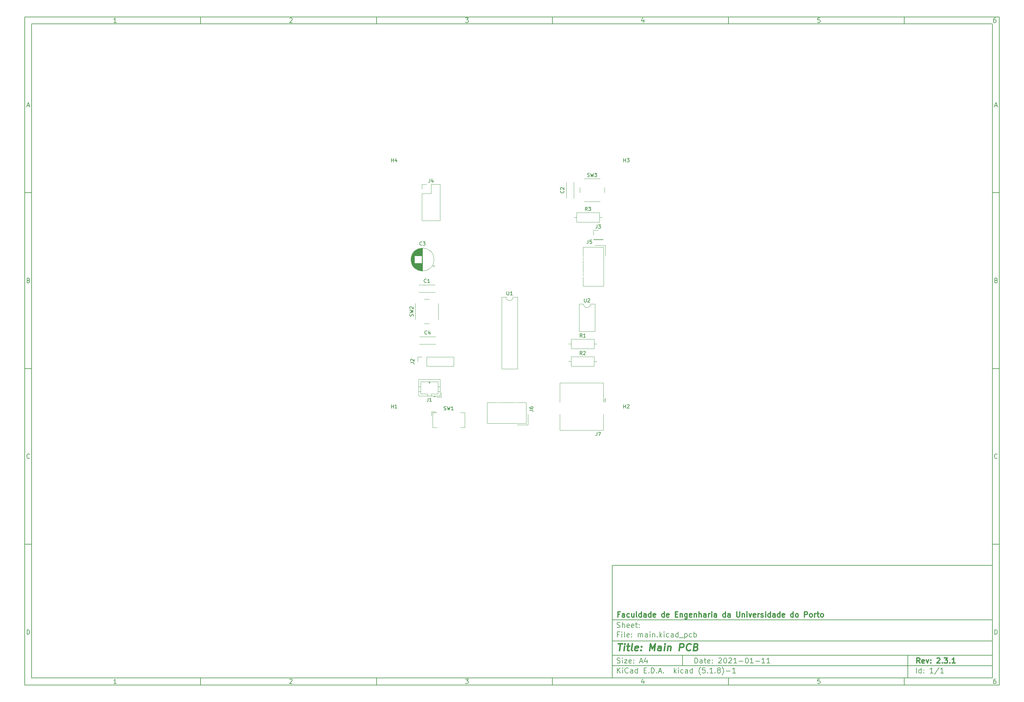
<source format=gbr>
%TF.GenerationSoftware,KiCad,Pcbnew,(5.1.8)-1*%
%TF.CreationDate,2021-01-11T16:48:45+00:00*%
%TF.ProjectId,main,6d61696e-2e6b-4696-9361-645f70636258,2.3.1*%
%TF.SameCoordinates,Original*%
%TF.FileFunction,Legend,Top*%
%TF.FilePolarity,Positive*%
%FSLAX46Y46*%
G04 Gerber Fmt 4.6, Leading zero omitted, Abs format (unit mm)*
G04 Created by KiCad (PCBNEW (5.1.8)-1) date 2021-01-11 16:48:45*
%MOMM*%
%LPD*%
G01*
G04 APERTURE LIST*
%ADD10C,0.100000*%
%ADD11C,0.150000*%
%ADD12C,0.300000*%
%ADD13C,0.400000*%
%ADD14C,0.120000*%
G04 APERTURE END LIST*
D10*
D11*
X177002200Y-166007200D02*
X177002200Y-198007200D01*
X285002200Y-198007200D01*
X285002200Y-166007200D01*
X177002200Y-166007200D01*
D10*
D11*
X10000000Y-10000000D02*
X10000000Y-200007200D01*
X287002200Y-200007200D01*
X287002200Y-10000000D01*
X10000000Y-10000000D01*
D10*
D11*
X12000000Y-12000000D02*
X12000000Y-198007200D01*
X285002200Y-198007200D01*
X285002200Y-12000000D01*
X12000000Y-12000000D01*
D10*
D11*
X60000000Y-12000000D02*
X60000000Y-10000000D01*
D10*
D11*
X110000000Y-12000000D02*
X110000000Y-10000000D01*
D10*
D11*
X160000000Y-12000000D02*
X160000000Y-10000000D01*
D10*
D11*
X210000000Y-12000000D02*
X210000000Y-10000000D01*
D10*
D11*
X260000000Y-12000000D02*
X260000000Y-10000000D01*
D10*
D11*
X36065476Y-11588095D02*
X35322619Y-11588095D01*
X35694047Y-11588095D02*
X35694047Y-10288095D01*
X35570238Y-10473809D01*
X35446428Y-10597619D01*
X35322619Y-10659523D01*
D10*
D11*
X85322619Y-10411904D02*
X85384523Y-10350000D01*
X85508333Y-10288095D01*
X85817857Y-10288095D01*
X85941666Y-10350000D01*
X86003571Y-10411904D01*
X86065476Y-10535714D01*
X86065476Y-10659523D01*
X86003571Y-10845238D01*
X85260714Y-11588095D01*
X86065476Y-11588095D01*
D10*
D11*
X135260714Y-10288095D02*
X136065476Y-10288095D01*
X135632142Y-10783333D01*
X135817857Y-10783333D01*
X135941666Y-10845238D01*
X136003571Y-10907142D01*
X136065476Y-11030952D01*
X136065476Y-11340476D01*
X136003571Y-11464285D01*
X135941666Y-11526190D01*
X135817857Y-11588095D01*
X135446428Y-11588095D01*
X135322619Y-11526190D01*
X135260714Y-11464285D01*
D10*
D11*
X185941666Y-10721428D02*
X185941666Y-11588095D01*
X185632142Y-10226190D02*
X185322619Y-11154761D01*
X186127380Y-11154761D01*
D10*
D11*
X236003571Y-10288095D02*
X235384523Y-10288095D01*
X235322619Y-10907142D01*
X235384523Y-10845238D01*
X235508333Y-10783333D01*
X235817857Y-10783333D01*
X235941666Y-10845238D01*
X236003571Y-10907142D01*
X236065476Y-11030952D01*
X236065476Y-11340476D01*
X236003571Y-11464285D01*
X235941666Y-11526190D01*
X235817857Y-11588095D01*
X235508333Y-11588095D01*
X235384523Y-11526190D01*
X235322619Y-11464285D01*
D10*
D11*
X285941666Y-10288095D02*
X285694047Y-10288095D01*
X285570238Y-10350000D01*
X285508333Y-10411904D01*
X285384523Y-10597619D01*
X285322619Y-10845238D01*
X285322619Y-11340476D01*
X285384523Y-11464285D01*
X285446428Y-11526190D01*
X285570238Y-11588095D01*
X285817857Y-11588095D01*
X285941666Y-11526190D01*
X286003571Y-11464285D01*
X286065476Y-11340476D01*
X286065476Y-11030952D01*
X286003571Y-10907142D01*
X285941666Y-10845238D01*
X285817857Y-10783333D01*
X285570238Y-10783333D01*
X285446428Y-10845238D01*
X285384523Y-10907142D01*
X285322619Y-11030952D01*
D10*
D11*
X60000000Y-198007200D02*
X60000000Y-200007200D01*
D10*
D11*
X110000000Y-198007200D02*
X110000000Y-200007200D01*
D10*
D11*
X160000000Y-198007200D02*
X160000000Y-200007200D01*
D10*
D11*
X210000000Y-198007200D02*
X210000000Y-200007200D01*
D10*
D11*
X260000000Y-198007200D02*
X260000000Y-200007200D01*
D10*
D11*
X36065476Y-199595295D02*
X35322619Y-199595295D01*
X35694047Y-199595295D02*
X35694047Y-198295295D01*
X35570238Y-198481009D01*
X35446428Y-198604819D01*
X35322619Y-198666723D01*
D10*
D11*
X85322619Y-198419104D02*
X85384523Y-198357200D01*
X85508333Y-198295295D01*
X85817857Y-198295295D01*
X85941666Y-198357200D01*
X86003571Y-198419104D01*
X86065476Y-198542914D01*
X86065476Y-198666723D01*
X86003571Y-198852438D01*
X85260714Y-199595295D01*
X86065476Y-199595295D01*
D10*
D11*
X135260714Y-198295295D02*
X136065476Y-198295295D01*
X135632142Y-198790533D01*
X135817857Y-198790533D01*
X135941666Y-198852438D01*
X136003571Y-198914342D01*
X136065476Y-199038152D01*
X136065476Y-199347676D01*
X136003571Y-199471485D01*
X135941666Y-199533390D01*
X135817857Y-199595295D01*
X135446428Y-199595295D01*
X135322619Y-199533390D01*
X135260714Y-199471485D01*
D10*
D11*
X185941666Y-198728628D02*
X185941666Y-199595295D01*
X185632142Y-198233390D02*
X185322619Y-199161961D01*
X186127380Y-199161961D01*
D10*
D11*
X236003571Y-198295295D02*
X235384523Y-198295295D01*
X235322619Y-198914342D01*
X235384523Y-198852438D01*
X235508333Y-198790533D01*
X235817857Y-198790533D01*
X235941666Y-198852438D01*
X236003571Y-198914342D01*
X236065476Y-199038152D01*
X236065476Y-199347676D01*
X236003571Y-199471485D01*
X235941666Y-199533390D01*
X235817857Y-199595295D01*
X235508333Y-199595295D01*
X235384523Y-199533390D01*
X235322619Y-199471485D01*
D10*
D11*
X285941666Y-198295295D02*
X285694047Y-198295295D01*
X285570238Y-198357200D01*
X285508333Y-198419104D01*
X285384523Y-198604819D01*
X285322619Y-198852438D01*
X285322619Y-199347676D01*
X285384523Y-199471485D01*
X285446428Y-199533390D01*
X285570238Y-199595295D01*
X285817857Y-199595295D01*
X285941666Y-199533390D01*
X286003571Y-199471485D01*
X286065476Y-199347676D01*
X286065476Y-199038152D01*
X286003571Y-198914342D01*
X285941666Y-198852438D01*
X285817857Y-198790533D01*
X285570238Y-198790533D01*
X285446428Y-198852438D01*
X285384523Y-198914342D01*
X285322619Y-199038152D01*
D10*
D11*
X10000000Y-60000000D02*
X12000000Y-60000000D01*
D10*
D11*
X10000000Y-110000000D02*
X12000000Y-110000000D01*
D10*
D11*
X10000000Y-160000000D02*
X12000000Y-160000000D01*
D10*
D11*
X10690476Y-35216666D02*
X11309523Y-35216666D01*
X10566666Y-35588095D02*
X11000000Y-34288095D01*
X11433333Y-35588095D01*
D10*
D11*
X11092857Y-84907142D02*
X11278571Y-84969047D01*
X11340476Y-85030952D01*
X11402380Y-85154761D01*
X11402380Y-85340476D01*
X11340476Y-85464285D01*
X11278571Y-85526190D01*
X11154761Y-85588095D01*
X10659523Y-85588095D01*
X10659523Y-84288095D01*
X11092857Y-84288095D01*
X11216666Y-84350000D01*
X11278571Y-84411904D01*
X11340476Y-84535714D01*
X11340476Y-84659523D01*
X11278571Y-84783333D01*
X11216666Y-84845238D01*
X11092857Y-84907142D01*
X10659523Y-84907142D01*
D10*
D11*
X11402380Y-135464285D02*
X11340476Y-135526190D01*
X11154761Y-135588095D01*
X11030952Y-135588095D01*
X10845238Y-135526190D01*
X10721428Y-135402380D01*
X10659523Y-135278571D01*
X10597619Y-135030952D01*
X10597619Y-134845238D01*
X10659523Y-134597619D01*
X10721428Y-134473809D01*
X10845238Y-134350000D01*
X11030952Y-134288095D01*
X11154761Y-134288095D01*
X11340476Y-134350000D01*
X11402380Y-134411904D01*
D10*
D11*
X10659523Y-185588095D02*
X10659523Y-184288095D01*
X10969047Y-184288095D01*
X11154761Y-184350000D01*
X11278571Y-184473809D01*
X11340476Y-184597619D01*
X11402380Y-184845238D01*
X11402380Y-185030952D01*
X11340476Y-185278571D01*
X11278571Y-185402380D01*
X11154761Y-185526190D01*
X10969047Y-185588095D01*
X10659523Y-185588095D01*
D10*
D11*
X287002200Y-60000000D02*
X285002200Y-60000000D01*
D10*
D11*
X287002200Y-110000000D02*
X285002200Y-110000000D01*
D10*
D11*
X287002200Y-160000000D02*
X285002200Y-160000000D01*
D10*
D11*
X285692676Y-35216666D02*
X286311723Y-35216666D01*
X285568866Y-35588095D02*
X286002200Y-34288095D01*
X286435533Y-35588095D01*
D10*
D11*
X286095057Y-84907142D02*
X286280771Y-84969047D01*
X286342676Y-85030952D01*
X286404580Y-85154761D01*
X286404580Y-85340476D01*
X286342676Y-85464285D01*
X286280771Y-85526190D01*
X286156961Y-85588095D01*
X285661723Y-85588095D01*
X285661723Y-84288095D01*
X286095057Y-84288095D01*
X286218866Y-84350000D01*
X286280771Y-84411904D01*
X286342676Y-84535714D01*
X286342676Y-84659523D01*
X286280771Y-84783333D01*
X286218866Y-84845238D01*
X286095057Y-84907142D01*
X285661723Y-84907142D01*
D10*
D11*
X286404580Y-135464285D02*
X286342676Y-135526190D01*
X286156961Y-135588095D01*
X286033152Y-135588095D01*
X285847438Y-135526190D01*
X285723628Y-135402380D01*
X285661723Y-135278571D01*
X285599819Y-135030952D01*
X285599819Y-134845238D01*
X285661723Y-134597619D01*
X285723628Y-134473809D01*
X285847438Y-134350000D01*
X286033152Y-134288095D01*
X286156961Y-134288095D01*
X286342676Y-134350000D01*
X286404580Y-134411904D01*
D10*
D11*
X285661723Y-185588095D02*
X285661723Y-184288095D01*
X285971247Y-184288095D01*
X286156961Y-184350000D01*
X286280771Y-184473809D01*
X286342676Y-184597619D01*
X286404580Y-184845238D01*
X286404580Y-185030952D01*
X286342676Y-185278571D01*
X286280771Y-185402380D01*
X286156961Y-185526190D01*
X285971247Y-185588095D01*
X285661723Y-185588095D01*
D10*
D11*
X200434342Y-193785771D02*
X200434342Y-192285771D01*
X200791485Y-192285771D01*
X201005771Y-192357200D01*
X201148628Y-192500057D01*
X201220057Y-192642914D01*
X201291485Y-192928628D01*
X201291485Y-193142914D01*
X201220057Y-193428628D01*
X201148628Y-193571485D01*
X201005771Y-193714342D01*
X200791485Y-193785771D01*
X200434342Y-193785771D01*
X202577200Y-193785771D02*
X202577200Y-193000057D01*
X202505771Y-192857200D01*
X202362914Y-192785771D01*
X202077200Y-192785771D01*
X201934342Y-192857200D01*
X202577200Y-193714342D02*
X202434342Y-193785771D01*
X202077200Y-193785771D01*
X201934342Y-193714342D01*
X201862914Y-193571485D01*
X201862914Y-193428628D01*
X201934342Y-193285771D01*
X202077200Y-193214342D01*
X202434342Y-193214342D01*
X202577200Y-193142914D01*
X203077200Y-192785771D02*
X203648628Y-192785771D01*
X203291485Y-192285771D02*
X203291485Y-193571485D01*
X203362914Y-193714342D01*
X203505771Y-193785771D01*
X203648628Y-193785771D01*
X204720057Y-193714342D02*
X204577200Y-193785771D01*
X204291485Y-193785771D01*
X204148628Y-193714342D01*
X204077200Y-193571485D01*
X204077200Y-193000057D01*
X204148628Y-192857200D01*
X204291485Y-192785771D01*
X204577200Y-192785771D01*
X204720057Y-192857200D01*
X204791485Y-193000057D01*
X204791485Y-193142914D01*
X204077200Y-193285771D01*
X205434342Y-193642914D02*
X205505771Y-193714342D01*
X205434342Y-193785771D01*
X205362914Y-193714342D01*
X205434342Y-193642914D01*
X205434342Y-193785771D01*
X205434342Y-192857200D02*
X205505771Y-192928628D01*
X205434342Y-193000057D01*
X205362914Y-192928628D01*
X205434342Y-192857200D01*
X205434342Y-193000057D01*
X207220057Y-192428628D02*
X207291485Y-192357200D01*
X207434342Y-192285771D01*
X207791485Y-192285771D01*
X207934342Y-192357200D01*
X208005771Y-192428628D01*
X208077200Y-192571485D01*
X208077200Y-192714342D01*
X208005771Y-192928628D01*
X207148628Y-193785771D01*
X208077200Y-193785771D01*
X209005771Y-192285771D02*
X209148628Y-192285771D01*
X209291485Y-192357200D01*
X209362914Y-192428628D01*
X209434342Y-192571485D01*
X209505771Y-192857200D01*
X209505771Y-193214342D01*
X209434342Y-193500057D01*
X209362914Y-193642914D01*
X209291485Y-193714342D01*
X209148628Y-193785771D01*
X209005771Y-193785771D01*
X208862914Y-193714342D01*
X208791485Y-193642914D01*
X208720057Y-193500057D01*
X208648628Y-193214342D01*
X208648628Y-192857200D01*
X208720057Y-192571485D01*
X208791485Y-192428628D01*
X208862914Y-192357200D01*
X209005771Y-192285771D01*
X210077200Y-192428628D02*
X210148628Y-192357200D01*
X210291485Y-192285771D01*
X210648628Y-192285771D01*
X210791485Y-192357200D01*
X210862914Y-192428628D01*
X210934342Y-192571485D01*
X210934342Y-192714342D01*
X210862914Y-192928628D01*
X210005771Y-193785771D01*
X210934342Y-193785771D01*
X212362914Y-193785771D02*
X211505771Y-193785771D01*
X211934342Y-193785771D02*
X211934342Y-192285771D01*
X211791485Y-192500057D01*
X211648628Y-192642914D01*
X211505771Y-192714342D01*
X213005771Y-193214342D02*
X214148628Y-193214342D01*
X215148628Y-192285771D02*
X215291485Y-192285771D01*
X215434342Y-192357200D01*
X215505771Y-192428628D01*
X215577200Y-192571485D01*
X215648628Y-192857200D01*
X215648628Y-193214342D01*
X215577200Y-193500057D01*
X215505771Y-193642914D01*
X215434342Y-193714342D01*
X215291485Y-193785771D01*
X215148628Y-193785771D01*
X215005771Y-193714342D01*
X214934342Y-193642914D01*
X214862914Y-193500057D01*
X214791485Y-193214342D01*
X214791485Y-192857200D01*
X214862914Y-192571485D01*
X214934342Y-192428628D01*
X215005771Y-192357200D01*
X215148628Y-192285771D01*
X217077200Y-193785771D02*
X216220057Y-193785771D01*
X216648628Y-193785771D02*
X216648628Y-192285771D01*
X216505771Y-192500057D01*
X216362914Y-192642914D01*
X216220057Y-192714342D01*
X217720057Y-193214342D02*
X218862914Y-193214342D01*
X220362914Y-193785771D02*
X219505771Y-193785771D01*
X219934342Y-193785771D02*
X219934342Y-192285771D01*
X219791485Y-192500057D01*
X219648628Y-192642914D01*
X219505771Y-192714342D01*
X221791485Y-193785771D02*
X220934342Y-193785771D01*
X221362914Y-193785771D02*
X221362914Y-192285771D01*
X221220057Y-192500057D01*
X221077200Y-192642914D01*
X220934342Y-192714342D01*
D10*
D11*
X177002200Y-194507200D02*
X285002200Y-194507200D01*
D10*
D11*
X178434342Y-196585771D02*
X178434342Y-195085771D01*
X179291485Y-196585771D02*
X178648628Y-195728628D01*
X179291485Y-195085771D02*
X178434342Y-195942914D01*
X179934342Y-196585771D02*
X179934342Y-195585771D01*
X179934342Y-195085771D02*
X179862914Y-195157200D01*
X179934342Y-195228628D01*
X180005771Y-195157200D01*
X179934342Y-195085771D01*
X179934342Y-195228628D01*
X181505771Y-196442914D02*
X181434342Y-196514342D01*
X181220057Y-196585771D01*
X181077200Y-196585771D01*
X180862914Y-196514342D01*
X180720057Y-196371485D01*
X180648628Y-196228628D01*
X180577200Y-195942914D01*
X180577200Y-195728628D01*
X180648628Y-195442914D01*
X180720057Y-195300057D01*
X180862914Y-195157200D01*
X181077200Y-195085771D01*
X181220057Y-195085771D01*
X181434342Y-195157200D01*
X181505771Y-195228628D01*
X182791485Y-196585771D02*
X182791485Y-195800057D01*
X182720057Y-195657200D01*
X182577200Y-195585771D01*
X182291485Y-195585771D01*
X182148628Y-195657200D01*
X182791485Y-196514342D02*
X182648628Y-196585771D01*
X182291485Y-196585771D01*
X182148628Y-196514342D01*
X182077200Y-196371485D01*
X182077200Y-196228628D01*
X182148628Y-196085771D01*
X182291485Y-196014342D01*
X182648628Y-196014342D01*
X182791485Y-195942914D01*
X184148628Y-196585771D02*
X184148628Y-195085771D01*
X184148628Y-196514342D02*
X184005771Y-196585771D01*
X183720057Y-196585771D01*
X183577200Y-196514342D01*
X183505771Y-196442914D01*
X183434342Y-196300057D01*
X183434342Y-195871485D01*
X183505771Y-195728628D01*
X183577200Y-195657200D01*
X183720057Y-195585771D01*
X184005771Y-195585771D01*
X184148628Y-195657200D01*
X186005771Y-195800057D02*
X186505771Y-195800057D01*
X186720057Y-196585771D02*
X186005771Y-196585771D01*
X186005771Y-195085771D01*
X186720057Y-195085771D01*
X187362914Y-196442914D02*
X187434342Y-196514342D01*
X187362914Y-196585771D01*
X187291485Y-196514342D01*
X187362914Y-196442914D01*
X187362914Y-196585771D01*
X188077200Y-196585771D02*
X188077200Y-195085771D01*
X188434342Y-195085771D01*
X188648628Y-195157200D01*
X188791485Y-195300057D01*
X188862914Y-195442914D01*
X188934342Y-195728628D01*
X188934342Y-195942914D01*
X188862914Y-196228628D01*
X188791485Y-196371485D01*
X188648628Y-196514342D01*
X188434342Y-196585771D01*
X188077200Y-196585771D01*
X189577200Y-196442914D02*
X189648628Y-196514342D01*
X189577200Y-196585771D01*
X189505771Y-196514342D01*
X189577200Y-196442914D01*
X189577200Y-196585771D01*
X190220057Y-196157200D02*
X190934342Y-196157200D01*
X190077200Y-196585771D02*
X190577200Y-195085771D01*
X191077200Y-196585771D01*
X191577200Y-196442914D02*
X191648628Y-196514342D01*
X191577200Y-196585771D01*
X191505771Y-196514342D01*
X191577200Y-196442914D01*
X191577200Y-196585771D01*
X194577200Y-196585771D02*
X194577200Y-195085771D01*
X194720057Y-196014342D02*
X195148628Y-196585771D01*
X195148628Y-195585771D02*
X194577200Y-196157200D01*
X195791485Y-196585771D02*
X195791485Y-195585771D01*
X195791485Y-195085771D02*
X195720057Y-195157200D01*
X195791485Y-195228628D01*
X195862914Y-195157200D01*
X195791485Y-195085771D01*
X195791485Y-195228628D01*
X197148628Y-196514342D02*
X197005771Y-196585771D01*
X196720057Y-196585771D01*
X196577200Y-196514342D01*
X196505771Y-196442914D01*
X196434342Y-196300057D01*
X196434342Y-195871485D01*
X196505771Y-195728628D01*
X196577200Y-195657200D01*
X196720057Y-195585771D01*
X197005771Y-195585771D01*
X197148628Y-195657200D01*
X198434342Y-196585771D02*
X198434342Y-195800057D01*
X198362914Y-195657200D01*
X198220057Y-195585771D01*
X197934342Y-195585771D01*
X197791485Y-195657200D01*
X198434342Y-196514342D02*
X198291485Y-196585771D01*
X197934342Y-196585771D01*
X197791485Y-196514342D01*
X197720057Y-196371485D01*
X197720057Y-196228628D01*
X197791485Y-196085771D01*
X197934342Y-196014342D01*
X198291485Y-196014342D01*
X198434342Y-195942914D01*
X199791485Y-196585771D02*
X199791485Y-195085771D01*
X199791485Y-196514342D02*
X199648628Y-196585771D01*
X199362914Y-196585771D01*
X199220057Y-196514342D01*
X199148628Y-196442914D01*
X199077200Y-196300057D01*
X199077200Y-195871485D01*
X199148628Y-195728628D01*
X199220057Y-195657200D01*
X199362914Y-195585771D01*
X199648628Y-195585771D01*
X199791485Y-195657200D01*
X202077200Y-197157200D02*
X202005771Y-197085771D01*
X201862914Y-196871485D01*
X201791485Y-196728628D01*
X201720057Y-196514342D01*
X201648628Y-196157200D01*
X201648628Y-195871485D01*
X201720057Y-195514342D01*
X201791485Y-195300057D01*
X201862914Y-195157200D01*
X202005771Y-194942914D01*
X202077200Y-194871485D01*
X203362914Y-195085771D02*
X202648628Y-195085771D01*
X202577200Y-195800057D01*
X202648628Y-195728628D01*
X202791485Y-195657200D01*
X203148628Y-195657200D01*
X203291485Y-195728628D01*
X203362914Y-195800057D01*
X203434342Y-195942914D01*
X203434342Y-196300057D01*
X203362914Y-196442914D01*
X203291485Y-196514342D01*
X203148628Y-196585771D01*
X202791485Y-196585771D01*
X202648628Y-196514342D01*
X202577200Y-196442914D01*
X204077200Y-196442914D02*
X204148628Y-196514342D01*
X204077200Y-196585771D01*
X204005771Y-196514342D01*
X204077200Y-196442914D01*
X204077200Y-196585771D01*
X205577200Y-196585771D02*
X204720057Y-196585771D01*
X205148628Y-196585771D02*
X205148628Y-195085771D01*
X205005771Y-195300057D01*
X204862914Y-195442914D01*
X204720057Y-195514342D01*
X206220057Y-196442914D02*
X206291485Y-196514342D01*
X206220057Y-196585771D01*
X206148628Y-196514342D01*
X206220057Y-196442914D01*
X206220057Y-196585771D01*
X207148628Y-195728628D02*
X207005771Y-195657200D01*
X206934342Y-195585771D01*
X206862914Y-195442914D01*
X206862914Y-195371485D01*
X206934342Y-195228628D01*
X207005771Y-195157200D01*
X207148628Y-195085771D01*
X207434342Y-195085771D01*
X207577200Y-195157200D01*
X207648628Y-195228628D01*
X207720057Y-195371485D01*
X207720057Y-195442914D01*
X207648628Y-195585771D01*
X207577200Y-195657200D01*
X207434342Y-195728628D01*
X207148628Y-195728628D01*
X207005771Y-195800057D01*
X206934342Y-195871485D01*
X206862914Y-196014342D01*
X206862914Y-196300057D01*
X206934342Y-196442914D01*
X207005771Y-196514342D01*
X207148628Y-196585771D01*
X207434342Y-196585771D01*
X207577200Y-196514342D01*
X207648628Y-196442914D01*
X207720057Y-196300057D01*
X207720057Y-196014342D01*
X207648628Y-195871485D01*
X207577200Y-195800057D01*
X207434342Y-195728628D01*
X208220057Y-197157200D02*
X208291485Y-197085771D01*
X208434342Y-196871485D01*
X208505771Y-196728628D01*
X208577200Y-196514342D01*
X208648628Y-196157200D01*
X208648628Y-195871485D01*
X208577200Y-195514342D01*
X208505771Y-195300057D01*
X208434342Y-195157200D01*
X208291485Y-194942914D01*
X208220057Y-194871485D01*
X209362914Y-196014342D02*
X210505771Y-196014342D01*
X212005771Y-196585771D02*
X211148628Y-196585771D01*
X211577200Y-196585771D02*
X211577200Y-195085771D01*
X211434342Y-195300057D01*
X211291485Y-195442914D01*
X211148628Y-195514342D01*
D10*
D11*
X177002200Y-191507200D02*
X285002200Y-191507200D01*
D10*
D12*
X264411485Y-193785771D02*
X263911485Y-193071485D01*
X263554342Y-193785771D02*
X263554342Y-192285771D01*
X264125771Y-192285771D01*
X264268628Y-192357200D01*
X264340057Y-192428628D01*
X264411485Y-192571485D01*
X264411485Y-192785771D01*
X264340057Y-192928628D01*
X264268628Y-193000057D01*
X264125771Y-193071485D01*
X263554342Y-193071485D01*
X265625771Y-193714342D02*
X265482914Y-193785771D01*
X265197200Y-193785771D01*
X265054342Y-193714342D01*
X264982914Y-193571485D01*
X264982914Y-193000057D01*
X265054342Y-192857200D01*
X265197200Y-192785771D01*
X265482914Y-192785771D01*
X265625771Y-192857200D01*
X265697200Y-193000057D01*
X265697200Y-193142914D01*
X264982914Y-193285771D01*
X266197200Y-192785771D02*
X266554342Y-193785771D01*
X266911485Y-192785771D01*
X267482914Y-193642914D02*
X267554342Y-193714342D01*
X267482914Y-193785771D01*
X267411485Y-193714342D01*
X267482914Y-193642914D01*
X267482914Y-193785771D01*
X267482914Y-192857200D02*
X267554342Y-192928628D01*
X267482914Y-193000057D01*
X267411485Y-192928628D01*
X267482914Y-192857200D01*
X267482914Y-193000057D01*
X269268628Y-192428628D02*
X269340057Y-192357200D01*
X269482914Y-192285771D01*
X269840057Y-192285771D01*
X269982914Y-192357200D01*
X270054342Y-192428628D01*
X270125771Y-192571485D01*
X270125771Y-192714342D01*
X270054342Y-192928628D01*
X269197200Y-193785771D01*
X270125771Y-193785771D01*
X270768628Y-193642914D02*
X270840057Y-193714342D01*
X270768628Y-193785771D01*
X270697200Y-193714342D01*
X270768628Y-193642914D01*
X270768628Y-193785771D01*
X271340057Y-192285771D02*
X272268628Y-192285771D01*
X271768628Y-192857200D01*
X271982914Y-192857200D01*
X272125771Y-192928628D01*
X272197200Y-193000057D01*
X272268628Y-193142914D01*
X272268628Y-193500057D01*
X272197200Y-193642914D01*
X272125771Y-193714342D01*
X271982914Y-193785771D01*
X271554342Y-193785771D01*
X271411485Y-193714342D01*
X271340057Y-193642914D01*
X272911485Y-193642914D02*
X272982914Y-193714342D01*
X272911485Y-193785771D01*
X272840057Y-193714342D01*
X272911485Y-193642914D01*
X272911485Y-193785771D01*
X274411485Y-193785771D02*
X273554342Y-193785771D01*
X273982914Y-193785771D02*
X273982914Y-192285771D01*
X273840057Y-192500057D01*
X273697200Y-192642914D01*
X273554342Y-192714342D01*
D10*
D11*
X178362914Y-193714342D02*
X178577200Y-193785771D01*
X178934342Y-193785771D01*
X179077200Y-193714342D01*
X179148628Y-193642914D01*
X179220057Y-193500057D01*
X179220057Y-193357200D01*
X179148628Y-193214342D01*
X179077200Y-193142914D01*
X178934342Y-193071485D01*
X178648628Y-193000057D01*
X178505771Y-192928628D01*
X178434342Y-192857200D01*
X178362914Y-192714342D01*
X178362914Y-192571485D01*
X178434342Y-192428628D01*
X178505771Y-192357200D01*
X178648628Y-192285771D01*
X179005771Y-192285771D01*
X179220057Y-192357200D01*
X179862914Y-193785771D02*
X179862914Y-192785771D01*
X179862914Y-192285771D02*
X179791485Y-192357200D01*
X179862914Y-192428628D01*
X179934342Y-192357200D01*
X179862914Y-192285771D01*
X179862914Y-192428628D01*
X180434342Y-192785771D02*
X181220057Y-192785771D01*
X180434342Y-193785771D01*
X181220057Y-193785771D01*
X182362914Y-193714342D02*
X182220057Y-193785771D01*
X181934342Y-193785771D01*
X181791485Y-193714342D01*
X181720057Y-193571485D01*
X181720057Y-193000057D01*
X181791485Y-192857200D01*
X181934342Y-192785771D01*
X182220057Y-192785771D01*
X182362914Y-192857200D01*
X182434342Y-193000057D01*
X182434342Y-193142914D01*
X181720057Y-193285771D01*
X183077200Y-193642914D02*
X183148628Y-193714342D01*
X183077200Y-193785771D01*
X183005771Y-193714342D01*
X183077200Y-193642914D01*
X183077200Y-193785771D01*
X183077200Y-192857200D02*
X183148628Y-192928628D01*
X183077200Y-193000057D01*
X183005771Y-192928628D01*
X183077200Y-192857200D01*
X183077200Y-193000057D01*
X184862914Y-193357200D02*
X185577200Y-193357200D01*
X184720057Y-193785771D02*
X185220057Y-192285771D01*
X185720057Y-193785771D01*
X186862914Y-192785771D02*
X186862914Y-193785771D01*
X186505771Y-192214342D02*
X186148628Y-193285771D01*
X187077200Y-193285771D01*
D10*
D11*
X263434342Y-196585771D02*
X263434342Y-195085771D01*
X264791485Y-196585771D02*
X264791485Y-195085771D01*
X264791485Y-196514342D02*
X264648628Y-196585771D01*
X264362914Y-196585771D01*
X264220057Y-196514342D01*
X264148628Y-196442914D01*
X264077200Y-196300057D01*
X264077200Y-195871485D01*
X264148628Y-195728628D01*
X264220057Y-195657200D01*
X264362914Y-195585771D01*
X264648628Y-195585771D01*
X264791485Y-195657200D01*
X265505771Y-196442914D02*
X265577200Y-196514342D01*
X265505771Y-196585771D01*
X265434342Y-196514342D01*
X265505771Y-196442914D01*
X265505771Y-196585771D01*
X265505771Y-195657200D02*
X265577200Y-195728628D01*
X265505771Y-195800057D01*
X265434342Y-195728628D01*
X265505771Y-195657200D01*
X265505771Y-195800057D01*
X268148628Y-196585771D02*
X267291485Y-196585771D01*
X267720057Y-196585771D02*
X267720057Y-195085771D01*
X267577200Y-195300057D01*
X267434342Y-195442914D01*
X267291485Y-195514342D01*
X269862914Y-195014342D02*
X268577200Y-196942914D01*
X271148628Y-196585771D02*
X270291485Y-196585771D01*
X270720057Y-196585771D02*
X270720057Y-195085771D01*
X270577200Y-195300057D01*
X270434342Y-195442914D01*
X270291485Y-195514342D01*
D10*
D11*
X177002200Y-187507200D02*
X285002200Y-187507200D01*
D10*
D13*
X178714580Y-188211961D02*
X179857438Y-188211961D01*
X179036009Y-190211961D02*
X179286009Y-188211961D01*
X180274104Y-190211961D02*
X180440771Y-188878628D01*
X180524104Y-188211961D02*
X180416961Y-188307200D01*
X180500295Y-188402438D01*
X180607438Y-188307200D01*
X180524104Y-188211961D01*
X180500295Y-188402438D01*
X181107438Y-188878628D02*
X181869342Y-188878628D01*
X181476485Y-188211961D02*
X181262200Y-189926247D01*
X181333628Y-190116723D01*
X181512200Y-190211961D01*
X181702676Y-190211961D01*
X182655057Y-190211961D02*
X182476485Y-190116723D01*
X182405057Y-189926247D01*
X182619342Y-188211961D01*
X184190771Y-190116723D02*
X183988390Y-190211961D01*
X183607438Y-190211961D01*
X183428866Y-190116723D01*
X183357438Y-189926247D01*
X183452676Y-189164342D01*
X183571723Y-188973866D01*
X183774104Y-188878628D01*
X184155057Y-188878628D01*
X184333628Y-188973866D01*
X184405057Y-189164342D01*
X184381247Y-189354819D01*
X183405057Y-189545295D01*
X185155057Y-190021485D02*
X185238390Y-190116723D01*
X185131247Y-190211961D01*
X185047914Y-190116723D01*
X185155057Y-190021485D01*
X185131247Y-190211961D01*
X185286009Y-188973866D02*
X185369342Y-189069104D01*
X185262200Y-189164342D01*
X185178866Y-189069104D01*
X185286009Y-188973866D01*
X185262200Y-189164342D01*
X187607438Y-190211961D02*
X187857438Y-188211961D01*
X188345533Y-189640533D01*
X189190771Y-188211961D01*
X188940771Y-190211961D01*
X190750295Y-190211961D02*
X190881247Y-189164342D01*
X190809819Y-188973866D01*
X190631247Y-188878628D01*
X190250295Y-188878628D01*
X190047914Y-188973866D01*
X190762200Y-190116723D02*
X190559819Y-190211961D01*
X190083628Y-190211961D01*
X189905057Y-190116723D01*
X189833628Y-189926247D01*
X189857438Y-189735771D01*
X189976485Y-189545295D01*
X190178866Y-189450057D01*
X190655057Y-189450057D01*
X190857438Y-189354819D01*
X191702676Y-190211961D02*
X191869342Y-188878628D01*
X191952676Y-188211961D02*
X191845533Y-188307200D01*
X191928866Y-188402438D01*
X192036009Y-188307200D01*
X191952676Y-188211961D01*
X191928866Y-188402438D01*
X192821723Y-188878628D02*
X192655057Y-190211961D01*
X192797914Y-189069104D02*
X192905057Y-188973866D01*
X193107438Y-188878628D01*
X193393152Y-188878628D01*
X193571723Y-188973866D01*
X193643152Y-189164342D01*
X193512200Y-190211961D01*
X195988390Y-190211961D02*
X196238390Y-188211961D01*
X197000295Y-188211961D01*
X197178866Y-188307200D01*
X197262200Y-188402438D01*
X197333628Y-188592914D01*
X197297914Y-188878628D01*
X197178866Y-189069104D01*
X197071723Y-189164342D01*
X196869342Y-189259580D01*
X196107438Y-189259580D01*
X199155057Y-190021485D02*
X199047914Y-190116723D01*
X198750295Y-190211961D01*
X198559819Y-190211961D01*
X198286009Y-190116723D01*
X198119342Y-189926247D01*
X198047914Y-189735771D01*
X198000295Y-189354819D01*
X198036009Y-189069104D01*
X198178866Y-188688152D01*
X198297914Y-188497676D01*
X198512200Y-188307200D01*
X198809819Y-188211961D01*
X199000295Y-188211961D01*
X199274104Y-188307200D01*
X199357438Y-188402438D01*
X200786009Y-189164342D02*
X201059819Y-189259580D01*
X201143152Y-189354819D01*
X201214580Y-189545295D01*
X201178866Y-189831009D01*
X201059819Y-190021485D01*
X200952676Y-190116723D01*
X200750295Y-190211961D01*
X199988390Y-190211961D01*
X200238390Y-188211961D01*
X200905057Y-188211961D01*
X201083628Y-188307200D01*
X201166961Y-188402438D01*
X201238390Y-188592914D01*
X201214580Y-188783390D01*
X201095533Y-188973866D01*
X200988390Y-189069104D01*
X200786009Y-189164342D01*
X200119342Y-189164342D01*
D10*
D11*
X178934342Y-185600057D02*
X178434342Y-185600057D01*
X178434342Y-186385771D02*
X178434342Y-184885771D01*
X179148628Y-184885771D01*
X179720057Y-186385771D02*
X179720057Y-185385771D01*
X179720057Y-184885771D02*
X179648628Y-184957200D01*
X179720057Y-185028628D01*
X179791485Y-184957200D01*
X179720057Y-184885771D01*
X179720057Y-185028628D01*
X180648628Y-186385771D02*
X180505771Y-186314342D01*
X180434342Y-186171485D01*
X180434342Y-184885771D01*
X181791485Y-186314342D02*
X181648628Y-186385771D01*
X181362914Y-186385771D01*
X181220057Y-186314342D01*
X181148628Y-186171485D01*
X181148628Y-185600057D01*
X181220057Y-185457200D01*
X181362914Y-185385771D01*
X181648628Y-185385771D01*
X181791485Y-185457200D01*
X181862914Y-185600057D01*
X181862914Y-185742914D01*
X181148628Y-185885771D01*
X182505771Y-186242914D02*
X182577200Y-186314342D01*
X182505771Y-186385771D01*
X182434342Y-186314342D01*
X182505771Y-186242914D01*
X182505771Y-186385771D01*
X182505771Y-185457200D02*
X182577200Y-185528628D01*
X182505771Y-185600057D01*
X182434342Y-185528628D01*
X182505771Y-185457200D01*
X182505771Y-185600057D01*
X184362914Y-186385771D02*
X184362914Y-185385771D01*
X184362914Y-185528628D02*
X184434342Y-185457200D01*
X184577200Y-185385771D01*
X184791485Y-185385771D01*
X184934342Y-185457200D01*
X185005771Y-185600057D01*
X185005771Y-186385771D01*
X185005771Y-185600057D02*
X185077200Y-185457200D01*
X185220057Y-185385771D01*
X185434342Y-185385771D01*
X185577200Y-185457200D01*
X185648628Y-185600057D01*
X185648628Y-186385771D01*
X187005771Y-186385771D02*
X187005771Y-185600057D01*
X186934342Y-185457200D01*
X186791485Y-185385771D01*
X186505771Y-185385771D01*
X186362914Y-185457200D01*
X187005771Y-186314342D02*
X186862914Y-186385771D01*
X186505771Y-186385771D01*
X186362914Y-186314342D01*
X186291485Y-186171485D01*
X186291485Y-186028628D01*
X186362914Y-185885771D01*
X186505771Y-185814342D01*
X186862914Y-185814342D01*
X187005771Y-185742914D01*
X187720057Y-186385771D02*
X187720057Y-185385771D01*
X187720057Y-184885771D02*
X187648628Y-184957200D01*
X187720057Y-185028628D01*
X187791485Y-184957200D01*
X187720057Y-184885771D01*
X187720057Y-185028628D01*
X188434342Y-185385771D02*
X188434342Y-186385771D01*
X188434342Y-185528628D02*
X188505771Y-185457200D01*
X188648628Y-185385771D01*
X188862914Y-185385771D01*
X189005771Y-185457200D01*
X189077200Y-185600057D01*
X189077200Y-186385771D01*
X189791485Y-186242914D02*
X189862914Y-186314342D01*
X189791485Y-186385771D01*
X189720057Y-186314342D01*
X189791485Y-186242914D01*
X189791485Y-186385771D01*
X190505771Y-186385771D02*
X190505771Y-184885771D01*
X190648628Y-185814342D02*
X191077200Y-186385771D01*
X191077200Y-185385771D02*
X190505771Y-185957200D01*
X191720057Y-186385771D02*
X191720057Y-185385771D01*
X191720057Y-184885771D02*
X191648628Y-184957200D01*
X191720057Y-185028628D01*
X191791485Y-184957200D01*
X191720057Y-184885771D01*
X191720057Y-185028628D01*
X193077200Y-186314342D02*
X192934342Y-186385771D01*
X192648628Y-186385771D01*
X192505771Y-186314342D01*
X192434342Y-186242914D01*
X192362914Y-186100057D01*
X192362914Y-185671485D01*
X192434342Y-185528628D01*
X192505771Y-185457200D01*
X192648628Y-185385771D01*
X192934342Y-185385771D01*
X193077200Y-185457200D01*
X194362914Y-186385771D02*
X194362914Y-185600057D01*
X194291485Y-185457200D01*
X194148628Y-185385771D01*
X193862914Y-185385771D01*
X193720057Y-185457200D01*
X194362914Y-186314342D02*
X194220057Y-186385771D01*
X193862914Y-186385771D01*
X193720057Y-186314342D01*
X193648628Y-186171485D01*
X193648628Y-186028628D01*
X193720057Y-185885771D01*
X193862914Y-185814342D01*
X194220057Y-185814342D01*
X194362914Y-185742914D01*
X195720057Y-186385771D02*
X195720057Y-184885771D01*
X195720057Y-186314342D02*
X195577200Y-186385771D01*
X195291485Y-186385771D01*
X195148628Y-186314342D01*
X195077200Y-186242914D01*
X195005771Y-186100057D01*
X195005771Y-185671485D01*
X195077200Y-185528628D01*
X195148628Y-185457200D01*
X195291485Y-185385771D01*
X195577200Y-185385771D01*
X195720057Y-185457200D01*
X196077200Y-186528628D02*
X197220057Y-186528628D01*
X197577200Y-185385771D02*
X197577200Y-186885771D01*
X197577200Y-185457200D02*
X197720057Y-185385771D01*
X198005771Y-185385771D01*
X198148628Y-185457200D01*
X198220057Y-185528628D01*
X198291485Y-185671485D01*
X198291485Y-186100057D01*
X198220057Y-186242914D01*
X198148628Y-186314342D01*
X198005771Y-186385771D01*
X197720057Y-186385771D01*
X197577200Y-186314342D01*
X199577200Y-186314342D02*
X199434342Y-186385771D01*
X199148628Y-186385771D01*
X199005771Y-186314342D01*
X198934342Y-186242914D01*
X198862914Y-186100057D01*
X198862914Y-185671485D01*
X198934342Y-185528628D01*
X199005771Y-185457200D01*
X199148628Y-185385771D01*
X199434342Y-185385771D01*
X199577200Y-185457200D01*
X200220057Y-186385771D02*
X200220057Y-184885771D01*
X200220057Y-185457200D02*
X200362914Y-185385771D01*
X200648628Y-185385771D01*
X200791485Y-185457200D01*
X200862914Y-185528628D01*
X200934342Y-185671485D01*
X200934342Y-186100057D01*
X200862914Y-186242914D01*
X200791485Y-186314342D01*
X200648628Y-186385771D01*
X200362914Y-186385771D01*
X200220057Y-186314342D01*
D10*
D11*
X177002200Y-181507200D02*
X285002200Y-181507200D01*
D10*
D11*
X178362914Y-183614342D02*
X178577200Y-183685771D01*
X178934342Y-183685771D01*
X179077200Y-183614342D01*
X179148628Y-183542914D01*
X179220057Y-183400057D01*
X179220057Y-183257200D01*
X179148628Y-183114342D01*
X179077200Y-183042914D01*
X178934342Y-182971485D01*
X178648628Y-182900057D01*
X178505771Y-182828628D01*
X178434342Y-182757200D01*
X178362914Y-182614342D01*
X178362914Y-182471485D01*
X178434342Y-182328628D01*
X178505771Y-182257200D01*
X178648628Y-182185771D01*
X179005771Y-182185771D01*
X179220057Y-182257200D01*
X179862914Y-183685771D02*
X179862914Y-182185771D01*
X180505771Y-183685771D02*
X180505771Y-182900057D01*
X180434342Y-182757200D01*
X180291485Y-182685771D01*
X180077200Y-182685771D01*
X179934342Y-182757200D01*
X179862914Y-182828628D01*
X181791485Y-183614342D02*
X181648628Y-183685771D01*
X181362914Y-183685771D01*
X181220057Y-183614342D01*
X181148628Y-183471485D01*
X181148628Y-182900057D01*
X181220057Y-182757200D01*
X181362914Y-182685771D01*
X181648628Y-182685771D01*
X181791485Y-182757200D01*
X181862914Y-182900057D01*
X181862914Y-183042914D01*
X181148628Y-183185771D01*
X183077200Y-183614342D02*
X182934342Y-183685771D01*
X182648628Y-183685771D01*
X182505771Y-183614342D01*
X182434342Y-183471485D01*
X182434342Y-182900057D01*
X182505771Y-182757200D01*
X182648628Y-182685771D01*
X182934342Y-182685771D01*
X183077200Y-182757200D01*
X183148628Y-182900057D01*
X183148628Y-183042914D01*
X182434342Y-183185771D01*
X183577200Y-182685771D02*
X184148628Y-182685771D01*
X183791485Y-182185771D02*
X183791485Y-183471485D01*
X183862914Y-183614342D01*
X184005771Y-183685771D01*
X184148628Y-183685771D01*
X184648628Y-183542914D02*
X184720057Y-183614342D01*
X184648628Y-183685771D01*
X184577200Y-183614342D01*
X184648628Y-183542914D01*
X184648628Y-183685771D01*
X184648628Y-182757200D02*
X184720057Y-182828628D01*
X184648628Y-182900057D01*
X184577200Y-182828628D01*
X184648628Y-182757200D01*
X184648628Y-182900057D01*
D10*
D12*
X179054342Y-179900057D02*
X178554342Y-179900057D01*
X178554342Y-180685771D02*
X178554342Y-179185771D01*
X179268628Y-179185771D01*
X180482914Y-180685771D02*
X180482914Y-179900057D01*
X180411485Y-179757200D01*
X180268628Y-179685771D01*
X179982914Y-179685771D01*
X179840057Y-179757200D01*
X180482914Y-180614342D02*
X180340057Y-180685771D01*
X179982914Y-180685771D01*
X179840057Y-180614342D01*
X179768628Y-180471485D01*
X179768628Y-180328628D01*
X179840057Y-180185771D01*
X179982914Y-180114342D01*
X180340057Y-180114342D01*
X180482914Y-180042914D01*
X181840057Y-180614342D02*
X181697200Y-180685771D01*
X181411485Y-180685771D01*
X181268628Y-180614342D01*
X181197200Y-180542914D01*
X181125771Y-180400057D01*
X181125771Y-179971485D01*
X181197200Y-179828628D01*
X181268628Y-179757200D01*
X181411485Y-179685771D01*
X181697200Y-179685771D01*
X181840057Y-179757200D01*
X183125771Y-179685771D02*
X183125771Y-180685771D01*
X182482914Y-179685771D02*
X182482914Y-180471485D01*
X182554342Y-180614342D01*
X182697200Y-180685771D01*
X182911485Y-180685771D01*
X183054342Y-180614342D01*
X183125771Y-180542914D01*
X184054342Y-180685771D02*
X183911485Y-180614342D01*
X183840057Y-180471485D01*
X183840057Y-179185771D01*
X185268628Y-180685771D02*
X185268628Y-179185771D01*
X185268628Y-180614342D02*
X185125771Y-180685771D01*
X184840057Y-180685771D01*
X184697200Y-180614342D01*
X184625771Y-180542914D01*
X184554342Y-180400057D01*
X184554342Y-179971485D01*
X184625771Y-179828628D01*
X184697200Y-179757200D01*
X184840057Y-179685771D01*
X185125771Y-179685771D01*
X185268628Y-179757200D01*
X186625771Y-180685771D02*
X186625771Y-179900057D01*
X186554342Y-179757200D01*
X186411485Y-179685771D01*
X186125771Y-179685771D01*
X185982914Y-179757200D01*
X186625771Y-180614342D02*
X186482914Y-180685771D01*
X186125771Y-180685771D01*
X185982914Y-180614342D01*
X185911485Y-180471485D01*
X185911485Y-180328628D01*
X185982914Y-180185771D01*
X186125771Y-180114342D01*
X186482914Y-180114342D01*
X186625771Y-180042914D01*
X187982914Y-180685771D02*
X187982914Y-179185771D01*
X187982914Y-180614342D02*
X187840057Y-180685771D01*
X187554342Y-180685771D01*
X187411485Y-180614342D01*
X187340057Y-180542914D01*
X187268628Y-180400057D01*
X187268628Y-179971485D01*
X187340057Y-179828628D01*
X187411485Y-179757200D01*
X187554342Y-179685771D01*
X187840057Y-179685771D01*
X187982914Y-179757200D01*
X189268628Y-180614342D02*
X189125771Y-180685771D01*
X188840057Y-180685771D01*
X188697200Y-180614342D01*
X188625771Y-180471485D01*
X188625771Y-179900057D01*
X188697200Y-179757200D01*
X188840057Y-179685771D01*
X189125771Y-179685771D01*
X189268628Y-179757200D01*
X189340057Y-179900057D01*
X189340057Y-180042914D01*
X188625771Y-180185771D01*
X191768628Y-180685771D02*
X191768628Y-179185771D01*
X191768628Y-180614342D02*
X191625771Y-180685771D01*
X191340057Y-180685771D01*
X191197200Y-180614342D01*
X191125771Y-180542914D01*
X191054342Y-180400057D01*
X191054342Y-179971485D01*
X191125771Y-179828628D01*
X191197200Y-179757200D01*
X191340057Y-179685771D01*
X191625771Y-179685771D01*
X191768628Y-179757200D01*
X193054342Y-180614342D02*
X192911485Y-180685771D01*
X192625771Y-180685771D01*
X192482914Y-180614342D01*
X192411485Y-180471485D01*
X192411485Y-179900057D01*
X192482914Y-179757200D01*
X192625771Y-179685771D01*
X192911485Y-179685771D01*
X193054342Y-179757200D01*
X193125771Y-179900057D01*
X193125771Y-180042914D01*
X192411485Y-180185771D01*
X194911485Y-179900057D02*
X195411485Y-179900057D01*
X195625771Y-180685771D02*
X194911485Y-180685771D01*
X194911485Y-179185771D01*
X195625771Y-179185771D01*
X196268628Y-179685771D02*
X196268628Y-180685771D01*
X196268628Y-179828628D02*
X196340057Y-179757200D01*
X196482914Y-179685771D01*
X196697200Y-179685771D01*
X196840057Y-179757200D01*
X196911485Y-179900057D01*
X196911485Y-180685771D01*
X198268628Y-179685771D02*
X198268628Y-180900057D01*
X198197200Y-181042914D01*
X198125771Y-181114342D01*
X197982914Y-181185771D01*
X197768628Y-181185771D01*
X197625771Y-181114342D01*
X198268628Y-180614342D02*
X198125771Y-180685771D01*
X197840057Y-180685771D01*
X197697200Y-180614342D01*
X197625771Y-180542914D01*
X197554342Y-180400057D01*
X197554342Y-179971485D01*
X197625771Y-179828628D01*
X197697200Y-179757200D01*
X197840057Y-179685771D01*
X198125771Y-179685771D01*
X198268628Y-179757200D01*
X199554342Y-180614342D02*
X199411485Y-180685771D01*
X199125771Y-180685771D01*
X198982914Y-180614342D01*
X198911485Y-180471485D01*
X198911485Y-179900057D01*
X198982914Y-179757200D01*
X199125771Y-179685771D01*
X199411485Y-179685771D01*
X199554342Y-179757200D01*
X199625771Y-179900057D01*
X199625771Y-180042914D01*
X198911485Y-180185771D01*
X200268628Y-179685771D02*
X200268628Y-180685771D01*
X200268628Y-179828628D02*
X200340057Y-179757200D01*
X200482914Y-179685771D01*
X200697200Y-179685771D01*
X200840057Y-179757200D01*
X200911485Y-179900057D01*
X200911485Y-180685771D01*
X201625771Y-180685771D02*
X201625771Y-179185771D01*
X202268628Y-180685771D02*
X202268628Y-179900057D01*
X202197200Y-179757200D01*
X202054342Y-179685771D01*
X201840057Y-179685771D01*
X201697200Y-179757200D01*
X201625771Y-179828628D01*
X203625771Y-180685771D02*
X203625771Y-179900057D01*
X203554342Y-179757200D01*
X203411485Y-179685771D01*
X203125771Y-179685771D01*
X202982914Y-179757200D01*
X203625771Y-180614342D02*
X203482914Y-180685771D01*
X203125771Y-180685771D01*
X202982914Y-180614342D01*
X202911485Y-180471485D01*
X202911485Y-180328628D01*
X202982914Y-180185771D01*
X203125771Y-180114342D01*
X203482914Y-180114342D01*
X203625771Y-180042914D01*
X204340057Y-180685771D02*
X204340057Y-179685771D01*
X204340057Y-179971485D02*
X204411485Y-179828628D01*
X204482914Y-179757200D01*
X204625771Y-179685771D01*
X204768628Y-179685771D01*
X205268628Y-180685771D02*
X205268628Y-179685771D01*
X205268628Y-179185771D02*
X205197200Y-179257200D01*
X205268628Y-179328628D01*
X205340057Y-179257200D01*
X205268628Y-179185771D01*
X205268628Y-179328628D01*
X206625771Y-180685771D02*
X206625771Y-179900057D01*
X206554342Y-179757200D01*
X206411485Y-179685771D01*
X206125771Y-179685771D01*
X205982914Y-179757200D01*
X206625771Y-180614342D02*
X206482914Y-180685771D01*
X206125771Y-180685771D01*
X205982914Y-180614342D01*
X205911485Y-180471485D01*
X205911485Y-180328628D01*
X205982914Y-180185771D01*
X206125771Y-180114342D01*
X206482914Y-180114342D01*
X206625771Y-180042914D01*
X209125771Y-180685771D02*
X209125771Y-179185771D01*
X209125771Y-180614342D02*
X208982914Y-180685771D01*
X208697200Y-180685771D01*
X208554342Y-180614342D01*
X208482914Y-180542914D01*
X208411485Y-180400057D01*
X208411485Y-179971485D01*
X208482914Y-179828628D01*
X208554342Y-179757200D01*
X208697200Y-179685771D01*
X208982914Y-179685771D01*
X209125771Y-179757200D01*
X210482914Y-180685771D02*
X210482914Y-179900057D01*
X210411485Y-179757200D01*
X210268628Y-179685771D01*
X209982914Y-179685771D01*
X209840057Y-179757200D01*
X210482914Y-180614342D02*
X210340057Y-180685771D01*
X209982914Y-180685771D01*
X209840057Y-180614342D01*
X209768628Y-180471485D01*
X209768628Y-180328628D01*
X209840057Y-180185771D01*
X209982914Y-180114342D01*
X210340057Y-180114342D01*
X210482914Y-180042914D01*
X212340057Y-179185771D02*
X212340057Y-180400057D01*
X212411485Y-180542914D01*
X212482914Y-180614342D01*
X212625771Y-180685771D01*
X212911485Y-180685771D01*
X213054342Y-180614342D01*
X213125771Y-180542914D01*
X213197200Y-180400057D01*
X213197200Y-179185771D01*
X213911485Y-179685771D02*
X213911485Y-180685771D01*
X213911485Y-179828628D02*
X213982914Y-179757200D01*
X214125771Y-179685771D01*
X214340057Y-179685771D01*
X214482914Y-179757200D01*
X214554342Y-179900057D01*
X214554342Y-180685771D01*
X215268628Y-180685771D02*
X215268628Y-179685771D01*
X215268628Y-179185771D02*
X215197200Y-179257200D01*
X215268628Y-179328628D01*
X215340057Y-179257200D01*
X215268628Y-179185771D01*
X215268628Y-179328628D01*
X215840057Y-179685771D02*
X216197200Y-180685771D01*
X216554342Y-179685771D01*
X217697200Y-180614342D02*
X217554342Y-180685771D01*
X217268628Y-180685771D01*
X217125771Y-180614342D01*
X217054342Y-180471485D01*
X217054342Y-179900057D01*
X217125771Y-179757200D01*
X217268628Y-179685771D01*
X217554342Y-179685771D01*
X217697200Y-179757200D01*
X217768628Y-179900057D01*
X217768628Y-180042914D01*
X217054342Y-180185771D01*
X218411485Y-180685771D02*
X218411485Y-179685771D01*
X218411485Y-179971485D02*
X218482914Y-179828628D01*
X218554342Y-179757200D01*
X218697200Y-179685771D01*
X218840057Y-179685771D01*
X219268628Y-180614342D02*
X219411485Y-180685771D01*
X219697200Y-180685771D01*
X219840057Y-180614342D01*
X219911485Y-180471485D01*
X219911485Y-180400057D01*
X219840057Y-180257200D01*
X219697200Y-180185771D01*
X219482914Y-180185771D01*
X219340057Y-180114342D01*
X219268628Y-179971485D01*
X219268628Y-179900057D01*
X219340057Y-179757200D01*
X219482914Y-179685771D01*
X219697200Y-179685771D01*
X219840057Y-179757200D01*
X220554342Y-180685771D02*
X220554342Y-179685771D01*
X220554342Y-179185771D02*
X220482914Y-179257200D01*
X220554342Y-179328628D01*
X220625771Y-179257200D01*
X220554342Y-179185771D01*
X220554342Y-179328628D01*
X221911485Y-180685771D02*
X221911485Y-179185771D01*
X221911485Y-180614342D02*
X221768628Y-180685771D01*
X221482914Y-180685771D01*
X221340057Y-180614342D01*
X221268628Y-180542914D01*
X221197200Y-180400057D01*
X221197200Y-179971485D01*
X221268628Y-179828628D01*
X221340057Y-179757200D01*
X221482914Y-179685771D01*
X221768628Y-179685771D01*
X221911485Y-179757200D01*
X223268628Y-180685771D02*
X223268628Y-179900057D01*
X223197200Y-179757200D01*
X223054342Y-179685771D01*
X222768628Y-179685771D01*
X222625771Y-179757200D01*
X223268628Y-180614342D02*
X223125771Y-180685771D01*
X222768628Y-180685771D01*
X222625771Y-180614342D01*
X222554342Y-180471485D01*
X222554342Y-180328628D01*
X222625771Y-180185771D01*
X222768628Y-180114342D01*
X223125771Y-180114342D01*
X223268628Y-180042914D01*
X224625771Y-180685771D02*
X224625771Y-179185771D01*
X224625771Y-180614342D02*
X224482914Y-180685771D01*
X224197200Y-180685771D01*
X224054342Y-180614342D01*
X223982914Y-180542914D01*
X223911485Y-180400057D01*
X223911485Y-179971485D01*
X223982914Y-179828628D01*
X224054342Y-179757200D01*
X224197200Y-179685771D01*
X224482914Y-179685771D01*
X224625771Y-179757200D01*
X225911485Y-180614342D02*
X225768628Y-180685771D01*
X225482914Y-180685771D01*
X225340057Y-180614342D01*
X225268628Y-180471485D01*
X225268628Y-179900057D01*
X225340057Y-179757200D01*
X225482914Y-179685771D01*
X225768628Y-179685771D01*
X225911485Y-179757200D01*
X225982914Y-179900057D01*
X225982914Y-180042914D01*
X225268628Y-180185771D01*
X228411485Y-180685771D02*
X228411485Y-179185771D01*
X228411485Y-180614342D02*
X228268628Y-180685771D01*
X227982914Y-180685771D01*
X227840057Y-180614342D01*
X227768628Y-180542914D01*
X227697200Y-180400057D01*
X227697200Y-179971485D01*
X227768628Y-179828628D01*
X227840057Y-179757200D01*
X227982914Y-179685771D01*
X228268628Y-179685771D01*
X228411485Y-179757200D01*
X229340057Y-180685771D02*
X229197200Y-180614342D01*
X229125771Y-180542914D01*
X229054342Y-180400057D01*
X229054342Y-179971485D01*
X229125771Y-179828628D01*
X229197200Y-179757200D01*
X229340057Y-179685771D01*
X229554342Y-179685771D01*
X229697200Y-179757200D01*
X229768628Y-179828628D01*
X229840057Y-179971485D01*
X229840057Y-180400057D01*
X229768628Y-180542914D01*
X229697200Y-180614342D01*
X229554342Y-180685771D01*
X229340057Y-180685771D01*
X231625771Y-180685771D02*
X231625771Y-179185771D01*
X232197200Y-179185771D01*
X232340057Y-179257200D01*
X232411485Y-179328628D01*
X232482914Y-179471485D01*
X232482914Y-179685771D01*
X232411485Y-179828628D01*
X232340057Y-179900057D01*
X232197200Y-179971485D01*
X231625771Y-179971485D01*
X233340057Y-180685771D02*
X233197200Y-180614342D01*
X233125771Y-180542914D01*
X233054342Y-180400057D01*
X233054342Y-179971485D01*
X233125771Y-179828628D01*
X233197200Y-179757200D01*
X233340057Y-179685771D01*
X233554342Y-179685771D01*
X233697200Y-179757200D01*
X233768628Y-179828628D01*
X233840057Y-179971485D01*
X233840057Y-180400057D01*
X233768628Y-180542914D01*
X233697200Y-180614342D01*
X233554342Y-180685771D01*
X233340057Y-180685771D01*
X234482914Y-180685771D02*
X234482914Y-179685771D01*
X234482914Y-179971485D02*
X234554342Y-179828628D01*
X234625771Y-179757200D01*
X234768628Y-179685771D01*
X234911485Y-179685771D01*
X235197200Y-179685771D02*
X235768628Y-179685771D01*
X235411485Y-179185771D02*
X235411485Y-180471485D01*
X235482914Y-180614342D01*
X235625771Y-180685771D01*
X235768628Y-180685771D01*
X236482914Y-180685771D02*
X236340057Y-180614342D01*
X236268628Y-180542914D01*
X236197200Y-180400057D01*
X236197200Y-179971485D01*
X236268628Y-179828628D01*
X236340057Y-179757200D01*
X236482914Y-179685771D01*
X236697200Y-179685771D01*
X236840057Y-179757200D01*
X236911485Y-179828628D01*
X236982914Y-179971485D01*
X236982914Y-180400057D01*
X236911485Y-180542914D01*
X236840057Y-180614342D01*
X236697200Y-180685771D01*
X236482914Y-180685771D01*
D10*
D11*
X197002200Y-191507200D02*
X197002200Y-194507200D01*
D10*
D11*
X261002200Y-191507200D02*
X261002200Y-198007200D01*
D14*
%TO.C,J7*%
X162070000Y-114100000D02*
X174470000Y-114100000D01*
X174470000Y-114100000D02*
X174470000Y-119570000D01*
X174470000Y-127500000D02*
X174470000Y-123030000D01*
X174470000Y-127500000D02*
X162070000Y-127500000D01*
X162070000Y-127500000D02*
X162070000Y-123030000D01*
X162070000Y-119570000D02*
X162070000Y-114100000D01*
X175080000Y-119500000D02*
X174580000Y-119000000D01*
X174580000Y-119000000D02*
X175080000Y-118500000D01*
X175080000Y-118500000D02*
X175080000Y-119500000D01*
%TO.C,J6*%
X153000000Y-126000000D02*
X150000000Y-126000000D01*
X153000000Y-123000000D02*
X153000000Y-126000000D01*
X145000000Y-119700000D02*
X144400000Y-119700000D01*
X149600000Y-119700000D02*
X149000000Y-119700000D01*
X152500000Y-125550000D02*
X141450000Y-125550000D01*
X152500000Y-119700000D02*
X152500000Y-125550000D01*
X148750000Y-119700000D02*
X145250000Y-119700000D01*
X141450000Y-119700000D02*
X141450000Y-125550000D01*
X152500000Y-119700000D02*
X149850000Y-119700000D01*
X144100000Y-119700000D02*
X141450000Y-119700000D01*
%TO.C,J5*%
X175000000Y-75000000D02*
X175000000Y-78000000D01*
X172000000Y-75000000D02*
X175000000Y-75000000D01*
X168700000Y-83000000D02*
X168700000Y-83600000D01*
X168700000Y-78400000D02*
X168700000Y-79000000D01*
X174550000Y-75500000D02*
X174550000Y-86550000D01*
X168700000Y-75500000D02*
X174550000Y-75500000D01*
X168700000Y-79250000D02*
X168700000Y-82750000D01*
X168700000Y-86550000D02*
X174550000Y-86550000D01*
X168700000Y-75500000D02*
X168700000Y-78150000D01*
X168700000Y-83900000D02*
X168700000Y-86550000D01*
%TO.C,U1*%
X146810000Y-89670000D02*
X145560000Y-89670000D01*
X145560000Y-89670000D02*
X145560000Y-110110000D01*
X145560000Y-110110000D02*
X150060000Y-110110000D01*
X150060000Y-110110000D02*
X150060000Y-89670000D01*
X150060000Y-89670000D02*
X148810000Y-89670000D01*
X148810000Y-89670000D02*
G75*
G02*
X146810000Y-89670000I-1000000J0D01*
G01*
%TO.C,SW3*%
X174750000Y-60000000D02*
X174750000Y-58500000D01*
X173500000Y-56000000D02*
X169000000Y-56000000D01*
X167750000Y-58500000D02*
X167750000Y-60000000D01*
X169000000Y-62500000D02*
X173500000Y-62500000D01*
%TO.C,SW2*%
X125000000Y-90250000D02*
X123500000Y-90250000D01*
X121000000Y-91500000D02*
X121000000Y-96000000D01*
X123500000Y-97250000D02*
X125000000Y-97250000D01*
X127500000Y-96000000D02*
X127500000Y-91500000D01*
%TO.C,R3*%
X174120000Y-67000000D02*
X173350000Y-67000000D01*
X166040000Y-67000000D02*
X166810000Y-67000000D01*
X173350000Y-65630000D02*
X166810000Y-65630000D01*
X173350000Y-68370000D02*
X173350000Y-65630000D01*
X166810000Y-68370000D02*
X173350000Y-68370000D01*
X166810000Y-65630000D02*
X166810000Y-68370000D01*
%TO.C,R2*%
X172620000Y-108000000D02*
X171850000Y-108000000D01*
X164540000Y-108000000D02*
X165310000Y-108000000D01*
X171850000Y-106630000D02*
X165310000Y-106630000D01*
X171850000Y-109370000D02*
X171850000Y-106630000D01*
X165310000Y-109370000D02*
X171850000Y-109370000D01*
X165310000Y-106630000D02*
X165310000Y-109370000D01*
%TO.C,R1*%
X172620000Y-103000000D02*
X171850000Y-103000000D01*
X164540000Y-103000000D02*
X165310000Y-103000000D01*
X171850000Y-101630000D02*
X165310000Y-101630000D01*
X171850000Y-104370000D02*
X171850000Y-101630000D01*
X165310000Y-104370000D02*
X171850000Y-104370000D01*
X165310000Y-101630000D02*
X165310000Y-104370000D01*
%TO.C,C4*%
X126770000Y-103055000D02*
X126770000Y-103070000D01*
X126770000Y-100930000D02*
X126770000Y-100945000D01*
X122230000Y-103055000D02*
X122230000Y-103070000D01*
X122230000Y-100930000D02*
X122230000Y-100945000D01*
X122230000Y-103070000D02*
X126770000Y-103070000D01*
X122230000Y-100930000D02*
X126770000Y-100930000D01*
%TO.C,C3*%
X126235241Y-81154000D02*
X126235241Y-80524000D01*
X126550241Y-80839000D02*
X125920241Y-80839000D01*
X119809000Y-79402000D02*
X119809000Y-78598000D01*
X119849000Y-79633000D02*
X119849000Y-78367000D01*
X119889000Y-79802000D02*
X119889000Y-78198000D01*
X119929000Y-79940000D02*
X119929000Y-78060000D01*
X119969000Y-80059000D02*
X119969000Y-77941000D01*
X120009000Y-80165000D02*
X120009000Y-77835000D01*
X120049000Y-80262000D02*
X120049000Y-77738000D01*
X120089000Y-80350000D02*
X120089000Y-77650000D01*
X120129000Y-80432000D02*
X120129000Y-77568000D01*
X120169000Y-80509000D02*
X120169000Y-77491000D01*
X120209000Y-80581000D02*
X120209000Y-77419000D01*
X120249000Y-80650000D02*
X120249000Y-77350000D01*
X120289000Y-80714000D02*
X120289000Y-77286000D01*
X120329000Y-80776000D02*
X120329000Y-77224000D01*
X120369000Y-80834000D02*
X120369000Y-77166000D01*
X120409000Y-80890000D02*
X120409000Y-77110000D01*
X120449000Y-80944000D02*
X120449000Y-77056000D01*
X120489000Y-80995000D02*
X120489000Y-77005000D01*
X120529000Y-81044000D02*
X120529000Y-76956000D01*
X120569000Y-81092000D02*
X120569000Y-76908000D01*
X120609000Y-81137000D02*
X120609000Y-76863000D01*
X120649000Y-81182000D02*
X120649000Y-76818000D01*
X120689000Y-81224000D02*
X120689000Y-76776000D01*
X120729000Y-81265000D02*
X120729000Y-76735000D01*
X120769000Y-77960000D02*
X120769000Y-76695000D01*
X120769000Y-81305000D02*
X120769000Y-80040000D01*
X120809000Y-77960000D02*
X120809000Y-76657000D01*
X120809000Y-81343000D02*
X120809000Y-80040000D01*
X120849000Y-77960000D02*
X120849000Y-76620000D01*
X120849000Y-81380000D02*
X120849000Y-80040000D01*
X120889000Y-77960000D02*
X120889000Y-76584000D01*
X120889000Y-81416000D02*
X120889000Y-80040000D01*
X120929000Y-77960000D02*
X120929000Y-76550000D01*
X120929000Y-81450000D02*
X120929000Y-80040000D01*
X120969000Y-77960000D02*
X120969000Y-76516000D01*
X120969000Y-81484000D02*
X120969000Y-80040000D01*
X121009000Y-77960000D02*
X121009000Y-76484000D01*
X121009000Y-81516000D02*
X121009000Y-80040000D01*
X121049000Y-77960000D02*
X121049000Y-76452000D01*
X121049000Y-81548000D02*
X121049000Y-80040000D01*
X121089000Y-77960000D02*
X121089000Y-76422000D01*
X121089000Y-81578000D02*
X121089000Y-80040000D01*
X121129000Y-77960000D02*
X121129000Y-76393000D01*
X121129000Y-81607000D02*
X121129000Y-80040000D01*
X121169000Y-77960000D02*
X121169000Y-76364000D01*
X121169000Y-81636000D02*
X121169000Y-80040000D01*
X121209000Y-77960000D02*
X121209000Y-76336000D01*
X121209000Y-81664000D02*
X121209000Y-80040000D01*
X121249000Y-77960000D02*
X121249000Y-76310000D01*
X121249000Y-81690000D02*
X121249000Y-80040000D01*
X121289000Y-77960000D02*
X121289000Y-76284000D01*
X121289000Y-81716000D02*
X121289000Y-80040000D01*
X121329000Y-77960000D02*
X121329000Y-76258000D01*
X121329000Y-81742000D02*
X121329000Y-80040000D01*
X121369000Y-77960000D02*
X121369000Y-76234000D01*
X121369000Y-81766000D02*
X121369000Y-80040000D01*
X121409000Y-77960000D02*
X121409000Y-76210000D01*
X121409000Y-81790000D02*
X121409000Y-80040000D01*
X121449000Y-77960000D02*
X121449000Y-76188000D01*
X121449000Y-81812000D02*
X121449000Y-80040000D01*
X121489000Y-77960000D02*
X121489000Y-76166000D01*
X121489000Y-81834000D02*
X121489000Y-80040000D01*
X121529000Y-77960000D02*
X121529000Y-76144000D01*
X121529000Y-81856000D02*
X121529000Y-80040000D01*
X121569000Y-77960000D02*
X121569000Y-76124000D01*
X121569000Y-81876000D02*
X121569000Y-80040000D01*
X121609000Y-77960000D02*
X121609000Y-76104000D01*
X121609000Y-81896000D02*
X121609000Y-80040000D01*
X121649000Y-77960000D02*
X121649000Y-76084000D01*
X121649000Y-81916000D02*
X121649000Y-80040000D01*
X121689000Y-77960000D02*
X121689000Y-76066000D01*
X121689000Y-81934000D02*
X121689000Y-80040000D01*
X121729000Y-77960000D02*
X121729000Y-76048000D01*
X121729000Y-81952000D02*
X121729000Y-80040000D01*
X121769000Y-77960000D02*
X121769000Y-76030000D01*
X121769000Y-81970000D02*
X121769000Y-80040000D01*
X121809000Y-77960000D02*
X121809000Y-76014000D01*
X121809000Y-81986000D02*
X121809000Y-80040000D01*
X121849000Y-77960000D02*
X121849000Y-75998000D01*
X121849000Y-82002000D02*
X121849000Y-80040000D01*
X121889000Y-77960000D02*
X121889000Y-75982000D01*
X121889000Y-82018000D02*
X121889000Y-80040000D01*
X121929000Y-77960000D02*
X121929000Y-75967000D01*
X121929000Y-82033000D02*
X121929000Y-80040000D01*
X121969000Y-77960000D02*
X121969000Y-75953000D01*
X121969000Y-82047000D02*
X121969000Y-80040000D01*
X122009000Y-77960000D02*
X122009000Y-75939000D01*
X122009000Y-82061000D02*
X122009000Y-80040000D01*
X122049000Y-77960000D02*
X122049000Y-75926000D01*
X122049000Y-82074000D02*
X122049000Y-80040000D01*
X122089000Y-77960000D02*
X122089000Y-75914000D01*
X122089000Y-82086000D02*
X122089000Y-80040000D01*
X122129000Y-77960000D02*
X122129000Y-75902000D01*
X122129000Y-82098000D02*
X122129000Y-80040000D01*
X122169000Y-77960000D02*
X122169000Y-75890000D01*
X122169000Y-82110000D02*
X122169000Y-80040000D01*
X122209000Y-77960000D02*
X122209000Y-75879000D01*
X122209000Y-82121000D02*
X122209000Y-80040000D01*
X122249000Y-77960000D02*
X122249000Y-75869000D01*
X122249000Y-82131000D02*
X122249000Y-80040000D01*
X122289000Y-77960000D02*
X122289000Y-75859000D01*
X122289000Y-82141000D02*
X122289000Y-80040000D01*
X122329000Y-77960000D02*
X122329000Y-75850000D01*
X122329000Y-82150000D02*
X122329000Y-80040000D01*
X122370000Y-77960000D02*
X122370000Y-75841000D01*
X122370000Y-82159000D02*
X122370000Y-80040000D01*
X122410000Y-77960000D02*
X122410000Y-75833000D01*
X122410000Y-82167000D02*
X122410000Y-80040000D01*
X122450000Y-77960000D02*
X122450000Y-75825000D01*
X122450000Y-82175000D02*
X122450000Y-80040000D01*
X122490000Y-77960000D02*
X122490000Y-75818000D01*
X122490000Y-82182000D02*
X122490000Y-80040000D01*
X122530000Y-77960000D02*
X122530000Y-75811000D01*
X122530000Y-82189000D02*
X122530000Y-80040000D01*
X122570000Y-77960000D02*
X122570000Y-75805000D01*
X122570000Y-82195000D02*
X122570000Y-80040000D01*
X122610000Y-77960000D02*
X122610000Y-75799000D01*
X122610000Y-82201000D02*
X122610000Y-80040000D01*
X122650000Y-77960000D02*
X122650000Y-75794000D01*
X122650000Y-82206000D02*
X122650000Y-80040000D01*
X122690000Y-77960000D02*
X122690000Y-75789000D01*
X122690000Y-82211000D02*
X122690000Y-80040000D01*
X122730000Y-77960000D02*
X122730000Y-75785000D01*
X122730000Y-82215000D02*
X122730000Y-80040000D01*
X122770000Y-77960000D02*
X122770000Y-75782000D01*
X122770000Y-82218000D02*
X122770000Y-80040000D01*
X122810000Y-77960000D02*
X122810000Y-75778000D01*
X122810000Y-82222000D02*
X122810000Y-80040000D01*
X122850000Y-82224000D02*
X122850000Y-75776000D01*
X122890000Y-82227000D02*
X122890000Y-75773000D01*
X122930000Y-82228000D02*
X122930000Y-75772000D01*
X122970000Y-82230000D02*
X122970000Y-75770000D01*
X123010000Y-82230000D02*
X123010000Y-75770000D01*
X123050000Y-82230000D02*
X123050000Y-75770000D01*
X126320000Y-79000000D02*
G75*
G03*
X126320000Y-79000000I-3270000J0D01*
G01*
%TO.C,C2*%
X166055000Y-57030000D02*
X166070000Y-57030000D01*
X163930000Y-57030000D02*
X163945000Y-57030000D01*
X166055000Y-61570000D02*
X166070000Y-61570000D01*
X163930000Y-61570000D02*
X163945000Y-61570000D01*
X166070000Y-61570000D02*
X166070000Y-57030000D01*
X163930000Y-61570000D02*
X163930000Y-57030000D01*
%TO.C,C1*%
X126570000Y-88355000D02*
X126570000Y-88370000D01*
X126570000Y-86230000D02*
X126570000Y-86245000D01*
X122030000Y-88355000D02*
X122030000Y-88370000D01*
X122030000Y-86230000D02*
X122030000Y-86245000D01*
X122030000Y-88370000D02*
X126570000Y-88370000D01*
X122030000Y-86230000D02*
X126570000Y-86230000D01*
%TO.C,SW1*%
X125600000Y-122250000D02*
X125600000Y-123450000D01*
X126800000Y-122250000D02*
X125600000Y-122250000D01*
X135100000Y-126750000D02*
X133900000Y-126750000D01*
X135100000Y-122550000D02*
X135100000Y-126750000D01*
X133900000Y-122550000D02*
X135100000Y-122550000D01*
X125900000Y-126750000D02*
X127100000Y-126750000D01*
X125900000Y-122550000D02*
X125900000Y-126750000D01*
X127100000Y-122550000D02*
X125900000Y-122550000D01*
%TO.C,U2*%
X168810000Y-91670000D02*
X167560000Y-91670000D01*
X167560000Y-91670000D02*
X167560000Y-99410000D01*
X167560000Y-99410000D02*
X172060000Y-99410000D01*
X172060000Y-99410000D02*
X172060000Y-91670000D01*
X172060000Y-91670000D02*
X170810000Y-91670000D01*
X170810000Y-91670000D02*
G75*
G02*
X168810000Y-91670000I-1000000J0D01*
G01*
%TO.C,J4*%
X122870000Y-67900000D02*
X128070000Y-67900000D01*
X122870000Y-60220000D02*
X122870000Y-67900000D01*
X128070000Y-57620000D02*
X128070000Y-67900000D01*
X122870000Y-60220000D02*
X125470000Y-60220000D01*
X125470000Y-60220000D02*
X125470000Y-57620000D01*
X125470000Y-57620000D02*
X128070000Y-57620000D01*
X122870000Y-58950000D02*
X122870000Y-57620000D01*
X122870000Y-57620000D02*
X124200000Y-57620000D01*
%TO.C,J3*%
X171670000Y-73330000D02*
X174330000Y-73330000D01*
X171670000Y-73270000D02*
X171670000Y-73330000D01*
X174330000Y-73270000D02*
X174330000Y-73330000D01*
X171670000Y-73270000D02*
X174330000Y-73270000D01*
X171670000Y-72000000D02*
X171670000Y-70670000D01*
X171670000Y-70670000D02*
X173000000Y-70670000D01*
%TO.C,J1*%
X128060000Y-117810000D02*
X128060000Y-113090000D01*
X128060000Y-113090000D02*
X121940000Y-113090000D01*
X121940000Y-113090000D02*
X121940000Y-117810000D01*
X121940000Y-117810000D02*
X128060000Y-117810000D01*
X126300000Y-117810000D02*
X126300000Y-118010000D01*
X126300000Y-118010000D02*
X126600000Y-118010000D01*
X126600000Y-118010000D02*
X126600000Y-117810000D01*
X126300000Y-117910000D02*
X126600000Y-117910000D01*
X125500000Y-117810000D02*
X125500000Y-117200000D01*
X125500000Y-117200000D02*
X127450000Y-117200000D01*
X127450000Y-117200000D02*
X127450000Y-113700000D01*
X127450000Y-113700000D02*
X122550000Y-113700000D01*
X122550000Y-113700000D02*
X122550000Y-117200000D01*
X122550000Y-117200000D02*
X124500000Y-117200000D01*
X124500000Y-117200000D02*
X124500000Y-117810000D01*
X128060000Y-116500000D02*
X127450000Y-116500000D01*
X128060000Y-115200000D02*
X127450000Y-115200000D01*
X121940000Y-116500000D02*
X122550000Y-116500000D01*
X121940000Y-115200000D02*
X122550000Y-115200000D01*
X125100000Y-113700000D02*
X125100000Y-114200000D01*
X125100000Y-114200000D02*
X124900000Y-114200000D01*
X124900000Y-114200000D02*
X124900000Y-113700000D01*
X125000000Y-113700000D02*
X125000000Y-114200000D01*
X127110000Y-118110000D02*
X128360000Y-118110000D01*
X128360000Y-118110000D02*
X128360000Y-116860000D01*
%TO.C,J2*%
X124270000Y-109330000D02*
X124270000Y-106670000D01*
X124270000Y-109330000D02*
X131950000Y-109330000D01*
X131950000Y-109330000D02*
X131950000Y-106670000D01*
X124270000Y-106670000D02*
X131950000Y-106670000D01*
X121670000Y-106670000D02*
X123000000Y-106670000D01*
X121670000Y-108000000D02*
X121670000Y-106670000D01*
%TO.C,J7*%
D11*
X172666666Y-128092380D02*
X172666666Y-128806666D01*
X172619047Y-128949523D01*
X172523809Y-129044761D01*
X172380952Y-129092380D01*
X172285714Y-129092380D01*
X173047619Y-128092380D02*
X173714285Y-128092380D01*
X173285714Y-129092380D01*
%TO.C,J6*%
X153452380Y-121833333D02*
X154166666Y-121833333D01*
X154309523Y-121880952D01*
X154404761Y-121976190D01*
X154452380Y-122119047D01*
X154452380Y-122214285D01*
X153452380Y-120928571D02*
X153452380Y-121119047D01*
X153500000Y-121214285D01*
X153547619Y-121261904D01*
X153690476Y-121357142D01*
X153880952Y-121404761D01*
X154261904Y-121404761D01*
X154357142Y-121357142D01*
X154404761Y-121309523D01*
X154452380Y-121214285D01*
X154452380Y-121023809D01*
X154404761Y-120928571D01*
X154357142Y-120880952D01*
X154261904Y-120833333D01*
X154023809Y-120833333D01*
X153928571Y-120880952D01*
X153880952Y-120928571D01*
X153833333Y-121023809D01*
X153833333Y-121214285D01*
X153880952Y-121309523D01*
X153928571Y-121357142D01*
X154023809Y-121404761D01*
%TO.C,J5*%
X170166666Y-73452380D02*
X170166666Y-74166666D01*
X170119047Y-74309523D01*
X170023809Y-74404761D01*
X169880952Y-74452380D01*
X169785714Y-74452380D01*
X171119047Y-73452380D02*
X170642857Y-73452380D01*
X170595238Y-73928571D01*
X170642857Y-73880952D01*
X170738095Y-73833333D01*
X170976190Y-73833333D01*
X171071428Y-73880952D01*
X171119047Y-73928571D01*
X171166666Y-74023809D01*
X171166666Y-74261904D01*
X171119047Y-74357142D01*
X171071428Y-74404761D01*
X170976190Y-74452380D01*
X170738095Y-74452380D01*
X170642857Y-74404761D01*
X170595238Y-74357142D01*
%TO.C,H4*%
X114238095Y-51252380D02*
X114238095Y-50252380D01*
X114238095Y-50728571D02*
X114809523Y-50728571D01*
X114809523Y-51252380D02*
X114809523Y-50252380D01*
X115714285Y-50585714D02*
X115714285Y-51252380D01*
X115476190Y-50204761D02*
X115238095Y-50919047D01*
X115857142Y-50919047D01*
%TO.C,H3*%
X180238095Y-51252380D02*
X180238095Y-50252380D01*
X180238095Y-50728571D02*
X180809523Y-50728571D01*
X180809523Y-51252380D02*
X180809523Y-50252380D01*
X181190476Y-50252380D02*
X181809523Y-50252380D01*
X181476190Y-50633333D01*
X181619047Y-50633333D01*
X181714285Y-50680952D01*
X181761904Y-50728571D01*
X181809523Y-50823809D01*
X181809523Y-51061904D01*
X181761904Y-51157142D01*
X181714285Y-51204761D01*
X181619047Y-51252380D01*
X181333333Y-51252380D01*
X181238095Y-51204761D01*
X181190476Y-51157142D01*
%TO.C,H2*%
X180238095Y-121252380D02*
X180238095Y-120252380D01*
X180238095Y-120728571D02*
X180809523Y-120728571D01*
X180809523Y-121252380D02*
X180809523Y-120252380D01*
X181238095Y-120347619D02*
X181285714Y-120300000D01*
X181380952Y-120252380D01*
X181619047Y-120252380D01*
X181714285Y-120300000D01*
X181761904Y-120347619D01*
X181809523Y-120442857D01*
X181809523Y-120538095D01*
X181761904Y-120680952D01*
X181190476Y-121252380D01*
X181809523Y-121252380D01*
%TO.C,H1*%
X114238095Y-121252380D02*
X114238095Y-120252380D01*
X114238095Y-120728571D02*
X114809523Y-120728571D01*
X114809523Y-121252380D02*
X114809523Y-120252380D01*
X115809523Y-121252380D02*
X115238095Y-121252380D01*
X115523809Y-121252380D02*
X115523809Y-120252380D01*
X115428571Y-120395238D01*
X115333333Y-120490476D01*
X115238095Y-120538095D01*
%TO.C,U1*%
X147048095Y-88122380D02*
X147048095Y-88931904D01*
X147095714Y-89027142D01*
X147143333Y-89074761D01*
X147238571Y-89122380D01*
X147429047Y-89122380D01*
X147524285Y-89074761D01*
X147571904Y-89027142D01*
X147619523Y-88931904D01*
X147619523Y-88122380D01*
X148619523Y-89122380D02*
X148048095Y-89122380D01*
X148333809Y-89122380D02*
X148333809Y-88122380D01*
X148238571Y-88265238D01*
X148143333Y-88360476D01*
X148048095Y-88408095D01*
%TO.C,SW3*%
X169916666Y-55404761D02*
X170059523Y-55452380D01*
X170297619Y-55452380D01*
X170392857Y-55404761D01*
X170440476Y-55357142D01*
X170488095Y-55261904D01*
X170488095Y-55166666D01*
X170440476Y-55071428D01*
X170392857Y-55023809D01*
X170297619Y-54976190D01*
X170107142Y-54928571D01*
X170011904Y-54880952D01*
X169964285Y-54833333D01*
X169916666Y-54738095D01*
X169916666Y-54642857D01*
X169964285Y-54547619D01*
X170011904Y-54500000D01*
X170107142Y-54452380D01*
X170345238Y-54452380D01*
X170488095Y-54500000D01*
X170821428Y-54452380D02*
X171059523Y-55452380D01*
X171250000Y-54738095D01*
X171440476Y-55452380D01*
X171678571Y-54452380D01*
X171964285Y-54452380D02*
X172583333Y-54452380D01*
X172250000Y-54833333D01*
X172392857Y-54833333D01*
X172488095Y-54880952D01*
X172535714Y-54928571D01*
X172583333Y-55023809D01*
X172583333Y-55261904D01*
X172535714Y-55357142D01*
X172488095Y-55404761D01*
X172392857Y-55452380D01*
X172107142Y-55452380D01*
X172011904Y-55404761D01*
X171964285Y-55357142D01*
%TO.C,SW2*%
X120404761Y-95083333D02*
X120452380Y-94940476D01*
X120452380Y-94702380D01*
X120404761Y-94607142D01*
X120357142Y-94559523D01*
X120261904Y-94511904D01*
X120166666Y-94511904D01*
X120071428Y-94559523D01*
X120023809Y-94607142D01*
X119976190Y-94702380D01*
X119928571Y-94892857D01*
X119880952Y-94988095D01*
X119833333Y-95035714D01*
X119738095Y-95083333D01*
X119642857Y-95083333D01*
X119547619Y-95035714D01*
X119500000Y-94988095D01*
X119452380Y-94892857D01*
X119452380Y-94654761D01*
X119500000Y-94511904D01*
X119452380Y-94178571D02*
X120452380Y-93940476D01*
X119738095Y-93750000D01*
X120452380Y-93559523D01*
X119452380Y-93321428D01*
X119547619Y-92988095D02*
X119500000Y-92940476D01*
X119452380Y-92845238D01*
X119452380Y-92607142D01*
X119500000Y-92511904D01*
X119547619Y-92464285D01*
X119642857Y-92416666D01*
X119738095Y-92416666D01*
X119880952Y-92464285D01*
X120452380Y-93035714D01*
X120452380Y-92416666D01*
%TO.C,R3*%
X169913333Y-65082380D02*
X169580000Y-64606190D01*
X169341904Y-65082380D02*
X169341904Y-64082380D01*
X169722857Y-64082380D01*
X169818095Y-64130000D01*
X169865714Y-64177619D01*
X169913333Y-64272857D01*
X169913333Y-64415714D01*
X169865714Y-64510952D01*
X169818095Y-64558571D01*
X169722857Y-64606190D01*
X169341904Y-64606190D01*
X170246666Y-64082380D02*
X170865714Y-64082380D01*
X170532380Y-64463333D01*
X170675238Y-64463333D01*
X170770476Y-64510952D01*
X170818095Y-64558571D01*
X170865714Y-64653809D01*
X170865714Y-64891904D01*
X170818095Y-64987142D01*
X170770476Y-65034761D01*
X170675238Y-65082380D01*
X170389523Y-65082380D01*
X170294285Y-65034761D01*
X170246666Y-64987142D01*
%TO.C,R2*%
X168413333Y-106082380D02*
X168080000Y-105606190D01*
X167841904Y-106082380D02*
X167841904Y-105082380D01*
X168222857Y-105082380D01*
X168318095Y-105130000D01*
X168365714Y-105177619D01*
X168413333Y-105272857D01*
X168413333Y-105415714D01*
X168365714Y-105510952D01*
X168318095Y-105558571D01*
X168222857Y-105606190D01*
X167841904Y-105606190D01*
X168794285Y-105177619D02*
X168841904Y-105130000D01*
X168937142Y-105082380D01*
X169175238Y-105082380D01*
X169270476Y-105130000D01*
X169318095Y-105177619D01*
X169365714Y-105272857D01*
X169365714Y-105368095D01*
X169318095Y-105510952D01*
X168746666Y-106082380D01*
X169365714Y-106082380D01*
%TO.C,R1*%
X168413333Y-101082380D02*
X168080000Y-100606190D01*
X167841904Y-101082380D02*
X167841904Y-100082380D01*
X168222857Y-100082380D01*
X168318095Y-100130000D01*
X168365714Y-100177619D01*
X168413333Y-100272857D01*
X168413333Y-100415714D01*
X168365714Y-100510952D01*
X168318095Y-100558571D01*
X168222857Y-100606190D01*
X167841904Y-100606190D01*
X169365714Y-101082380D02*
X168794285Y-101082380D01*
X169080000Y-101082380D02*
X169080000Y-100082380D01*
X168984761Y-100225238D01*
X168889523Y-100320476D01*
X168794285Y-100368095D01*
%TO.C,C4*%
X124333333Y-100157142D02*
X124285714Y-100204761D01*
X124142857Y-100252380D01*
X124047619Y-100252380D01*
X123904761Y-100204761D01*
X123809523Y-100109523D01*
X123761904Y-100014285D01*
X123714285Y-99823809D01*
X123714285Y-99680952D01*
X123761904Y-99490476D01*
X123809523Y-99395238D01*
X123904761Y-99300000D01*
X124047619Y-99252380D01*
X124142857Y-99252380D01*
X124285714Y-99300000D01*
X124333333Y-99347619D01*
X125190476Y-99585714D02*
X125190476Y-100252380D01*
X124952380Y-99204761D02*
X124714285Y-99919047D01*
X125333333Y-99919047D01*
%TO.C,C3*%
X122883333Y-74857142D02*
X122835714Y-74904761D01*
X122692857Y-74952380D01*
X122597619Y-74952380D01*
X122454761Y-74904761D01*
X122359523Y-74809523D01*
X122311904Y-74714285D01*
X122264285Y-74523809D01*
X122264285Y-74380952D01*
X122311904Y-74190476D01*
X122359523Y-74095238D01*
X122454761Y-74000000D01*
X122597619Y-73952380D01*
X122692857Y-73952380D01*
X122835714Y-74000000D01*
X122883333Y-74047619D01*
X123216666Y-73952380D02*
X123835714Y-73952380D01*
X123502380Y-74333333D01*
X123645238Y-74333333D01*
X123740476Y-74380952D01*
X123788095Y-74428571D01*
X123835714Y-74523809D01*
X123835714Y-74761904D01*
X123788095Y-74857142D01*
X123740476Y-74904761D01*
X123645238Y-74952380D01*
X123359523Y-74952380D01*
X123264285Y-74904761D01*
X123216666Y-74857142D01*
%TO.C,C2*%
X163157142Y-59466666D02*
X163204761Y-59514285D01*
X163252380Y-59657142D01*
X163252380Y-59752380D01*
X163204761Y-59895238D01*
X163109523Y-59990476D01*
X163014285Y-60038095D01*
X162823809Y-60085714D01*
X162680952Y-60085714D01*
X162490476Y-60038095D01*
X162395238Y-59990476D01*
X162300000Y-59895238D01*
X162252380Y-59752380D01*
X162252380Y-59657142D01*
X162300000Y-59514285D01*
X162347619Y-59466666D01*
X162347619Y-59085714D02*
X162300000Y-59038095D01*
X162252380Y-58942857D01*
X162252380Y-58704761D01*
X162300000Y-58609523D01*
X162347619Y-58561904D01*
X162442857Y-58514285D01*
X162538095Y-58514285D01*
X162680952Y-58561904D01*
X163252380Y-59133333D01*
X163252380Y-58514285D01*
%TO.C,C1*%
X124133333Y-85457142D02*
X124085714Y-85504761D01*
X123942857Y-85552380D01*
X123847619Y-85552380D01*
X123704761Y-85504761D01*
X123609523Y-85409523D01*
X123561904Y-85314285D01*
X123514285Y-85123809D01*
X123514285Y-84980952D01*
X123561904Y-84790476D01*
X123609523Y-84695238D01*
X123704761Y-84600000D01*
X123847619Y-84552380D01*
X123942857Y-84552380D01*
X124085714Y-84600000D01*
X124133333Y-84647619D01*
X125085714Y-85552380D02*
X124514285Y-85552380D01*
X124800000Y-85552380D02*
X124800000Y-84552380D01*
X124704761Y-84695238D01*
X124609523Y-84790476D01*
X124514285Y-84838095D01*
%TO.C,SW1*%
X129166666Y-121754761D02*
X129309523Y-121802380D01*
X129547619Y-121802380D01*
X129642857Y-121754761D01*
X129690476Y-121707142D01*
X129738095Y-121611904D01*
X129738095Y-121516666D01*
X129690476Y-121421428D01*
X129642857Y-121373809D01*
X129547619Y-121326190D01*
X129357142Y-121278571D01*
X129261904Y-121230952D01*
X129214285Y-121183333D01*
X129166666Y-121088095D01*
X129166666Y-120992857D01*
X129214285Y-120897619D01*
X129261904Y-120850000D01*
X129357142Y-120802380D01*
X129595238Y-120802380D01*
X129738095Y-120850000D01*
X130071428Y-120802380D02*
X130309523Y-121802380D01*
X130500000Y-121088095D01*
X130690476Y-121802380D01*
X130928571Y-120802380D01*
X131833333Y-121802380D02*
X131261904Y-121802380D01*
X131547619Y-121802380D02*
X131547619Y-120802380D01*
X131452380Y-120945238D01*
X131357142Y-121040476D01*
X131261904Y-121088095D01*
%TO.C,U2*%
X169048095Y-90122380D02*
X169048095Y-90931904D01*
X169095714Y-91027142D01*
X169143333Y-91074761D01*
X169238571Y-91122380D01*
X169429047Y-91122380D01*
X169524285Y-91074761D01*
X169571904Y-91027142D01*
X169619523Y-90931904D01*
X169619523Y-90122380D01*
X170048095Y-90217619D02*
X170095714Y-90170000D01*
X170190952Y-90122380D01*
X170429047Y-90122380D01*
X170524285Y-90170000D01*
X170571904Y-90217619D01*
X170619523Y-90312857D01*
X170619523Y-90408095D01*
X170571904Y-90550952D01*
X170000476Y-91122380D01*
X170619523Y-91122380D01*
%TO.C,J4*%
X125136666Y-56072380D02*
X125136666Y-56786666D01*
X125089047Y-56929523D01*
X124993809Y-57024761D01*
X124850952Y-57072380D01*
X124755714Y-57072380D01*
X126041428Y-56405714D02*
X126041428Y-57072380D01*
X125803333Y-56024761D02*
X125565238Y-56739047D01*
X126184285Y-56739047D01*
%TO.C,J3*%
X172666666Y-69122380D02*
X172666666Y-69836666D01*
X172619047Y-69979523D01*
X172523809Y-70074761D01*
X172380952Y-70122380D01*
X172285714Y-70122380D01*
X173047619Y-69122380D02*
X173666666Y-69122380D01*
X173333333Y-69503333D01*
X173476190Y-69503333D01*
X173571428Y-69550952D01*
X173619047Y-69598571D01*
X173666666Y-69693809D01*
X173666666Y-69931904D01*
X173619047Y-70027142D01*
X173571428Y-70074761D01*
X173476190Y-70122380D01*
X173190476Y-70122380D01*
X173095238Y-70074761D01*
X173047619Y-70027142D01*
%TO.C,J1*%
X124666666Y-118352380D02*
X124666666Y-119066666D01*
X124619047Y-119209523D01*
X124523809Y-119304761D01*
X124380952Y-119352380D01*
X124285714Y-119352380D01*
X125666666Y-119352380D02*
X125095238Y-119352380D01*
X125380952Y-119352380D02*
X125380952Y-118352380D01*
X125285714Y-118495238D01*
X125190476Y-118590476D01*
X125095238Y-118638095D01*
%TO.C,J2*%
X119682380Y-108333333D02*
X120396666Y-108333333D01*
X120539523Y-108380952D01*
X120634761Y-108476190D01*
X120682380Y-108619047D01*
X120682380Y-108714285D01*
X119777619Y-107904761D02*
X119730000Y-107857142D01*
X119682380Y-107761904D01*
X119682380Y-107523809D01*
X119730000Y-107428571D01*
X119777619Y-107380952D01*
X119872857Y-107333333D01*
X119968095Y-107333333D01*
X120110952Y-107380952D01*
X120682380Y-107952380D01*
X120682380Y-107333333D01*
%TD*%
M02*

</source>
